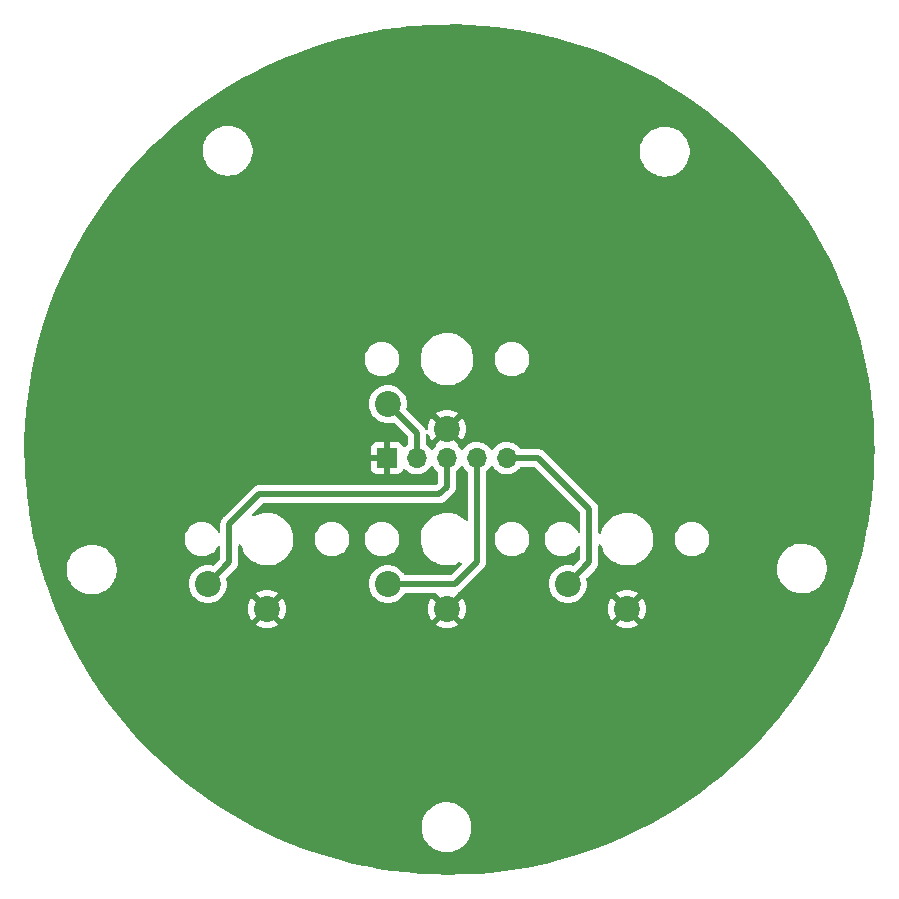
<source format=gbl>
%TF.GenerationSoftware,KiCad,Pcbnew,(6.0.4)*%
%TF.CreationDate,2022-05-01T19:09:37-04:00*%
%TF.ProjectId,odin,6f64696e-2e6b-4696-9361-645f70636258,rev?*%
%TF.SameCoordinates,Original*%
%TF.FileFunction,Copper,L2,Bot*%
%TF.FilePolarity,Positive*%
%FSLAX46Y46*%
G04 Gerber Fmt 4.6, Leading zero omitted, Abs format (unit mm)*
G04 Created by KiCad (PCBNEW (6.0.4)) date 2022-05-01 19:09:37*
%MOMM*%
%LPD*%
G01*
G04 APERTURE LIST*
%TA.AperFunction,ComponentPad*%
%ADD10C,2.200000*%
%TD*%
%TA.AperFunction,ComponentPad*%
%ADD11R,1.700000X1.700000*%
%TD*%
%TA.AperFunction,ComponentPad*%
%ADD12O,1.700000X1.700000*%
%TD*%
%TA.AperFunction,Conductor*%
%ADD13C,0.500000*%
%TD*%
G04 APERTURE END LIST*
D10*
%TO.P,DOWN,1,1*%
%TO.N,GND*%
X152400000Y-112580000D03*
%TO.P,DOWN,2,2*%
%TO.N,DOWN*%
X147400000Y-110480000D03*
%TD*%
%TO.P,RIGHT,1,1*%
%TO.N,GND*%
X167640000Y-112580000D03*
%TO.P,RIGHT,2,2*%
%TO.N,RIGHT*%
X162640000Y-110480000D03*
%TD*%
%TO.P,LEFT,1,1*%
%TO.N,GND*%
X137160000Y-112580000D03*
%TO.P,LEFT,2,2*%
%TO.N,LEFT*%
X132160000Y-110480000D03*
%TD*%
%TO.P,SW2,1,1*%
%TO.N,GND*%
X152400000Y-97340000D03*
%TO.P,SW2,2,2*%
%TO.N,UP*%
X147400000Y-95240000D03*
%TD*%
D11*
%TO.P,J1,1,Pin_1*%
%TO.N,GND*%
X147320000Y-99822000D03*
D12*
%TO.P,J1,2,Pin_2*%
%TO.N,UP*%
X149860000Y-99822000D03*
%TO.P,J1,3,Pin_3*%
%TO.N,LEFT*%
X152400000Y-99822000D03*
%TO.P,J1,4,Pin_4*%
%TO.N,DOWN*%
X154940000Y-99822000D03*
%TO.P,J1,5,Pin_5*%
%TO.N,RIGHT*%
X157480000Y-99822000D03*
%TD*%
D13*
%TO.N,UP*%
X149860000Y-97700000D02*
X149860000Y-99822000D01*
X147400000Y-95240000D02*
X149860000Y-97700000D01*
%TO.N,DOWN*%
X147400000Y-110480000D02*
X153045000Y-110480000D01*
X154940000Y-108585000D02*
X154940000Y-99822000D01*
X153045000Y-110480000D02*
X154940000Y-108585000D01*
%TO.N,LEFT*%
X152400000Y-102235000D02*
X152400000Y-99822000D01*
X132160000Y-110480000D02*
X133985000Y-108655000D01*
X136525000Y-102870000D02*
X151765000Y-102870000D01*
X133985000Y-108655000D02*
X133985000Y-105410000D01*
X133985000Y-105410000D02*
X136525000Y-102870000D01*
X151765000Y-102870000D02*
X152400000Y-102235000D01*
%TO.N,RIGHT*%
X164465000Y-104140000D02*
X160147000Y-99822000D01*
X160147000Y-99822000D02*
X157480000Y-99822000D01*
X162640000Y-110480000D02*
X164465000Y-108655000D01*
X164465000Y-108655000D02*
X164465000Y-104140000D01*
%TD*%
%TA.AperFunction,Conductor*%
%TO.N,GND*%
G36*
X153052082Y-63109060D02*
G01*
X154240915Y-63143306D01*
X154245062Y-63143494D01*
X155432076Y-63217135D01*
X155436241Y-63217463D01*
X156620127Y-63330416D01*
X156624279Y-63330881D01*
X157803811Y-63483029D01*
X157807946Y-63483632D01*
X158981781Y-63674803D01*
X158985893Y-63675543D01*
X159257938Y-63729162D01*
X160152769Y-63905532D01*
X160156793Y-63906395D01*
X160905753Y-64079995D01*
X161315397Y-64174945D01*
X161319451Y-64175956D01*
X161609054Y-64253284D01*
X162468512Y-64482772D01*
X162472488Y-64483905D01*
X162758948Y-64570665D01*
X163610722Y-64828642D01*
X163614700Y-64829919D01*
X164740864Y-65212200D01*
X164744791Y-65213606D01*
X165857706Y-65633032D01*
X165861557Y-65634556D01*
X166959974Y-66090658D01*
X166963753Y-66092302D01*
X168046413Y-66584558D01*
X168050173Y-66586344D01*
X169115933Y-67114234D01*
X169119645Y-67116150D01*
X170167249Y-67679047D01*
X170170896Y-67681085D01*
X171199288Y-68278423D01*
X171202866Y-68280581D01*
X172210909Y-68911700D01*
X172214413Y-68913976D01*
X173200934Y-69578141D01*
X173204355Y-69580527D01*
X174168386Y-70277087D01*
X174171700Y-70279567D01*
X174412855Y-70466289D01*
X175112053Y-71007666D01*
X175115314Y-71010279D01*
X176031030Y-71769173D01*
X176034202Y-71771891D01*
X176924232Y-72560708D01*
X176927306Y-72563524D01*
X177580121Y-73181941D01*
X177790708Y-73381432D01*
X177793693Y-73384355D01*
X178629496Y-74230432D01*
X178632383Y-74233453D01*
X179439692Y-75106796D01*
X179442476Y-75109911D01*
X179923775Y-75666517D01*
X180180948Y-75963929D01*
X180220334Y-76009478D01*
X180223008Y-76012675D01*
X180970686Y-76937629D01*
X180973242Y-76940902D01*
X181689800Y-77890083D01*
X181692262Y-77893458D01*
X182376971Y-78865896D01*
X182379319Y-78869352D01*
X183031387Y-79863920D01*
X183033620Y-79867452D01*
X183652366Y-80883113D01*
X183654480Y-80886716D01*
X184239209Y-81922328D01*
X184241203Y-81926000D01*
X184791290Y-82980461D01*
X184793160Y-82984197D01*
X185307961Y-84056267D01*
X185309707Y-84060063D01*
X185788693Y-85148640D01*
X185790312Y-85152492D01*
X186232930Y-86256323D01*
X186234421Y-86260226D01*
X186640214Y-87378167D01*
X186641574Y-87382117D01*
X187010068Y-88512867D01*
X187011295Y-88516854D01*
X187286072Y-89465730D01*
X187342108Y-89659238D01*
X187343197Y-89663246D01*
X187632924Y-90804053D01*
X187635948Y-90815959D01*
X187636909Y-90820025D01*
X187891275Y-91981781D01*
X187892101Y-91985876D01*
X188107811Y-93155437D01*
X188108501Y-93159558D01*
X188285320Y-94335661D01*
X188285872Y-94339803D01*
X188423595Y-95521070D01*
X188424009Y-95525217D01*
X188519924Y-96679511D01*
X188522493Y-96710432D01*
X188522769Y-96714586D01*
X188541103Y-97082863D01*
X188581901Y-97902408D01*
X188582040Y-97906584D01*
X188593004Y-98567747D01*
X188601541Y-99082514D01*
X188601769Y-99096292D01*
X188601782Y-99099352D01*
X188599999Y-99326345D01*
X188597366Y-99661613D01*
X188597304Y-99664691D01*
X188560970Y-100789604D01*
X188558893Y-100853899D01*
X188558690Y-100858044D01*
X188521733Y-101421908D01*
X188480906Y-102044809D01*
X188480564Y-102048973D01*
X188363476Y-103232490D01*
X188362996Y-103236640D01*
X188236887Y-104188118D01*
X188206731Y-104415639D01*
X188206116Y-104419749D01*
X188010852Y-105592898D01*
X188010101Y-105596992D01*
X187919575Y-106047979D01*
X187776041Y-106763048D01*
X187775151Y-106767130D01*
X187502565Y-107924759D01*
X187501540Y-107928810D01*
X187279380Y-108749326D01*
X187193324Y-109067163D01*
X187190720Y-109076779D01*
X187189563Y-109080786D01*
X186868848Y-110126536D01*
X186840860Y-110217795D01*
X186839576Y-110221747D01*
X186474868Y-111283946D01*
X186453352Y-111346611D01*
X186451934Y-111350528D01*
X186081608Y-112322863D01*
X186028635Y-112461949D01*
X186027090Y-112465813D01*
X185975190Y-112589580D01*
X185567172Y-113562589D01*
X185565493Y-113566414D01*
X185069474Y-114647321D01*
X185067669Y-114651089D01*
X184536069Y-115714988D01*
X184534141Y-115718690D01*
X184085429Y-116546839D01*
X183967582Y-116764338D01*
X183965531Y-116767978D01*
X183364612Y-117794270D01*
X183362442Y-117797840D01*
X182727817Y-118803661D01*
X182725529Y-118807158D01*
X182057892Y-119791403D01*
X182055489Y-119794821D01*
X181355622Y-120756338D01*
X181353108Y-120759675D01*
X180772107Y-121504662D01*
X180621706Y-121697513D01*
X180619095Y-121700747D01*
X180016265Y-122423006D01*
X179857024Y-122613794D01*
X179854294Y-122616957D01*
X179062377Y-123504225D01*
X179059544Y-123507296D01*
X178238618Y-124367848D01*
X178235697Y-124370810D01*
X177386672Y-125203689D01*
X177383687Y-125206522D01*
X176969683Y-125586552D01*
X176507539Y-126010770D01*
X176504415Y-126013544D01*
X175602071Y-126788314D01*
X175598856Y-126790982D01*
X174671376Y-127535363D01*
X174668075Y-127537924D01*
X173716358Y-128251197D01*
X173713019Y-128253613D01*
X172940275Y-128793690D01*
X172738222Y-128934906D01*
X172734759Y-128937243D01*
X171737864Y-129585872D01*
X171734324Y-129588092D01*
X170716509Y-130203289D01*
X170712898Y-130205390D01*
X169675277Y-130786486D01*
X169671598Y-130788467D01*
X168615235Y-131334864D01*
X168611493Y-131336722D01*
X167537621Y-131847783D01*
X167533819Y-131849516D01*
X166443561Y-132324706D01*
X166439704Y-132326311D01*
X165334333Y-132765074D01*
X165330425Y-132766551D01*
X164211094Y-133168432D01*
X164207138Y-133169779D01*
X163075080Y-133534333D01*
X163071083Y-133535547D01*
X161927605Y-133862354D01*
X161923569Y-133863436D01*
X161533876Y-133960959D01*
X160769810Y-134152171D01*
X160765798Y-134153104D01*
X159829986Y-134354579D01*
X159603110Y-134403424D01*
X159599012Y-134404235D01*
X158428709Y-134615861D01*
X158424586Y-134616536D01*
X157247902Y-134789244D01*
X157243758Y-134789782D01*
X156062018Y-134923379D01*
X156057860Y-134923780D01*
X155154243Y-134995690D01*
X154872286Y-135018128D01*
X154868126Y-135018390D01*
X154765102Y-135023158D01*
X153680115Y-135073376D01*
X153675938Y-135073500D01*
X152486767Y-135089067D01*
X152482589Y-135089053D01*
X151359409Y-135066507D01*
X151293521Y-135065184D01*
X151289350Y-135065031D01*
X151144756Y-135057327D01*
X150101724Y-135001751D01*
X150097556Y-135001459D01*
X149640680Y-134961889D01*
X148912704Y-134898839D01*
X148908603Y-134898416D01*
X147727743Y-134756562D01*
X147723647Y-134756001D01*
X147135897Y-134665537D01*
X146548170Y-134575077D01*
X146544052Y-134574373D01*
X146014372Y-134474768D01*
X145375201Y-134354574D01*
X145371161Y-134353744D01*
X144465636Y-134152164D01*
X144210290Y-134095321D01*
X144206228Y-134094346D01*
X143054576Y-133797581D01*
X143050547Y-133796472D01*
X141909288Y-133461663D01*
X141905354Y-133460437D01*
X141062369Y-133182462D01*
X140775868Y-133087988D01*
X140771923Y-133086614D01*
X140214038Y-132881905D01*
X139655415Y-132676925D01*
X139651553Y-132675435D01*
X138549205Y-132228938D01*
X138545388Y-132227317D01*
X137569817Y-131793985D01*
X137458500Y-131744540D01*
X137454710Y-131742781D01*
X136384407Y-131224223D01*
X136380678Y-131222339D01*
X136351253Y-131206858D01*
X150255450Y-131206858D01*
X150292975Y-131491889D01*
X150294108Y-131496029D01*
X150294108Y-131496031D01*
X150315122Y-131572844D01*
X150368836Y-131769191D01*
X150370520Y-131773139D01*
X150402359Y-131847783D01*
X150481630Y-132033631D01*
X150493400Y-132053297D01*
X150598056Y-132228164D01*
X150629268Y-132280316D01*
X150809020Y-132504683D01*
X150826104Y-132520895D01*
X150990533Y-132676932D01*
X151017558Y-132702578D01*
X151251024Y-132870341D01*
X151254819Y-132872350D01*
X151254820Y-132872351D01*
X151276576Y-132883870D01*
X151505099Y-133004867D01*
X151775080Y-133103666D01*
X152055971Y-133164910D01*
X152084548Y-133167159D01*
X152278989Y-133182462D01*
X152278998Y-133182462D01*
X152281446Y-133182655D01*
X152436978Y-133182655D01*
X152439114Y-133182509D01*
X152439125Y-133182509D01*
X152647255Y-133168320D01*
X152647261Y-133168319D01*
X152651532Y-133168028D01*
X152655727Y-133167159D01*
X152655729Y-133167159D01*
X152792290Y-133138879D01*
X152933049Y-133109729D01*
X153204050Y-133013762D01*
X153459519Y-132881905D01*
X153463020Y-132879444D01*
X153463024Y-132879442D01*
X153625753Y-132765074D01*
X153694730Y-132716596D01*
X153905329Y-132520895D01*
X154087420Y-132298423D01*
X154237634Y-132053297D01*
X154353190Y-131790053D01*
X154431951Y-131513561D01*
X154472458Y-131228939D01*
X154472488Y-131223316D01*
X154473942Y-130945738D01*
X154473942Y-130945731D01*
X154473964Y-130941452D01*
X154436439Y-130656421D01*
X154360578Y-130379119D01*
X154247784Y-130114679D01*
X154100146Y-129867994D01*
X153920394Y-129643627D01*
X153719238Y-129452737D01*
X153714965Y-129448682D01*
X153714962Y-129448680D01*
X153711856Y-129445732D01*
X153478390Y-129277969D01*
X153456550Y-129266405D01*
X153433361Y-129254127D01*
X153224315Y-129143443D01*
X152954334Y-129044644D01*
X152673443Y-128983400D01*
X152642392Y-128980956D01*
X152450425Y-128965848D01*
X152450416Y-128965848D01*
X152447968Y-128965655D01*
X152292436Y-128965655D01*
X152290300Y-128965801D01*
X152290289Y-128965801D01*
X152082159Y-128979990D01*
X152082153Y-128979991D01*
X152077882Y-128980282D01*
X152073687Y-128981151D01*
X152073685Y-128981151D01*
X151937123Y-129009432D01*
X151796365Y-129038581D01*
X151525364Y-129134548D01*
X151269895Y-129266405D01*
X151266394Y-129268866D01*
X151266390Y-129268868D01*
X151256301Y-129275959D01*
X151034684Y-129431714D01*
X151019599Y-129445732D01*
X150866402Y-129588092D01*
X150824085Y-129627415D01*
X150641994Y-129849887D01*
X150491780Y-130095013D01*
X150376224Y-130358257D01*
X150297463Y-130634749D01*
X150256956Y-130919371D01*
X150256934Y-130923660D01*
X150256933Y-130923667D01*
X150255472Y-131202572D01*
X150255450Y-131206858D01*
X136351253Y-131206858D01*
X135328191Y-130668599D01*
X135324526Y-130666593D01*
X134290952Y-130078248D01*
X134287355Y-130076121D01*
X133273842Y-129453822D01*
X133270319Y-129451577D01*
X133261472Y-129445732D01*
X132278046Y-128796050D01*
X132274598Y-128793690D01*
X132126081Y-128688339D01*
X131304534Y-128105575D01*
X131301175Y-128103107D01*
X130354520Y-127383253D01*
X130351237Y-127380670D01*
X129428926Y-126629792D01*
X129425730Y-126627100D01*
X128528868Y-125846094D01*
X128525763Y-125843299D01*
X127655244Y-125032946D01*
X127652233Y-125030048D01*
X126809095Y-124191313D01*
X126806182Y-124188318D01*
X126534287Y-123899285D01*
X125991283Y-123322056D01*
X125988485Y-123318981D01*
X125202767Y-122426188D01*
X125200059Y-122423006D01*
X124444379Y-121504662D01*
X124441778Y-121501392D01*
X123716964Y-120558500D01*
X123714473Y-120555146D01*
X123021307Y-119588725D01*
X123018929Y-119585290D01*
X122581489Y-118930615D01*
X122358193Y-118596429D01*
X122355964Y-118592972D01*
X121728346Y-117582696D01*
X121726201Y-117579111D01*
X121132469Y-116548662D01*
X121130443Y-116545007D01*
X120571175Y-115495387D01*
X120569272Y-115491668D01*
X120045135Y-114424131D01*
X120043356Y-114420351D01*
X119940754Y-114192584D01*
X119802373Y-113885390D01*
X136219440Y-113885390D01*
X136225167Y-113893040D01*
X136423506Y-114014583D01*
X136432300Y-114019064D01*
X136656991Y-114112134D01*
X136666376Y-114115183D01*
X136902863Y-114171959D01*
X136912610Y-114173502D01*
X137155070Y-114192584D01*
X137164930Y-114192584D01*
X137407390Y-114173502D01*
X137417137Y-114171959D01*
X137653624Y-114115183D01*
X137663009Y-114112134D01*
X137887700Y-114019064D01*
X137896494Y-114014583D01*
X138091167Y-113895287D01*
X138100120Y-113885390D01*
X151459440Y-113885390D01*
X151465167Y-113893040D01*
X151663506Y-114014583D01*
X151672300Y-114019064D01*
X151896991Y-114112134D01*
X151906376Y-114115183D01*
X152142863Y-114171959D01*
X152152610Y-114173502D01*
X152395070Y-114192584D01*
X152404930Y-114192584D01*
X152647390Y-114173502D01*
X152657137Y-114171959D01*
X152893624Y-114115183D01*
X152903009Y-114112134D01*
X153127700Y-114019064D01*
X153136494Y-114014583D01*
X153331167Y-113895287D01*
X153340120Y-113885390D01*
X166699440Y-113885390D01*
X166705167Y-113893040D01*
X166903506Y-114014583D01*
X166912300Y-114019064D01*
X167136991Y-114112134D01*
X167146376Y-114115183D01*
X167382863Y-114171959D01*
X167392610Y-114173502D01*
X167635070Y-114192584D01*
X167644930Y-114192584D01*
X167887390Y-114173502D01*
X167897137Y-114171959D01*
X168133624Y-114115183D01*
X168143009Y-114112134D01*
X168367700Y-114019064D01*
X168376494Y-114014583D01*
X168571167Y-113895287D01*
X168580627Y-113884830D01*
X168576844Y-113876054D01*
X167652812Y-112952022D01*
X167638868Y-112944408D01*
X167637035Y-112944539D01*
X167630420Y-112948790D01*
X166706200Y-113873010D01*
X166699440Y-113885390D01*
X153340120Y-113885390D01*
X153340627Y-113884830D01*
X153336844Y-113876054D01*
X152412812Y-112952022D01*
X152398868Y-112944408D01*
X152397035Y-112944539D01*
X152390420Y-112948790D01*
X151466200Y-113873010D01*
X151459440Y-113885390D01*
X138100120Y-113885390D01*
X138100627Y-113884830D01*
X138096844Y-113876054D01*
X137172812Y-112952022D01*
X137158868Y-112944408D01*
X137157035Y-112944539D01*
X137150420Y-112948790D01*
X136226200Y-113873010D01*
X136219440Y-113885390D01*
X119802373Y-113885390D01*
X119554879Y-113335973D01*
X119553237Y-113332160D01*
X119543181Y-113307700D01*
X119246015Y-112584930D01*
X135547416Y-112584930D01*
X135566498Y-112827390D01*
X135568041Y-112837137D01*
X135624817Y-113073624D01*
X135627866Y-113083009D01*
X135720936Y-113307700D01*
X135725417Y-113316494D01*
X135844713Y-113511167D01*
X135855170Y-113520627D01*
X135863946Y-113516844D01*
X136787978Y-112592812D01*
X136794356Y-112581132D01*
X137524408Y-112581132D01*
X137524539Y-112582965D01*
X137528790Y-112589580D01*
X138453010Y-113513800D01*
X138465390Y-113520560D01*
X138473040Y-113514833D01*
X138594583Y-113316494D01*
X138599064Y-113307700D01*
X138692134Y-113083009D01*
X138695183Y-113073624D01*
X138751959Y-112837137D01*
X138753502Y-112827390D01*
X138772584Y-112584930D01*
X150787416Y-112584930D01*
X150806498Y-112827390D01*
X150808041Y-112837137D01*
X150864817Y-113073624D01*
X150867866Y-113083009D01*
X150960936Y-113307700D01*
X150965417Y-113316494D01*
X151084713Y-113511167D01*
X151095170Y-113520627D01*
X151103946Y-113516844D01*
X152027978Y-112592812D01*
X152034356Y-112581132D01*
X152764408Y-112581132D01*
X152764539Y-112582965D01*
X152768790Y-112589580D01*
X153693010Y-113513800D01*
X153705390Y-113520560D01*
X153713040Y-113514833D01*
X153834583Y-113316494D01*
X153839064Y-113307700D01*
X153932134Y-113083009D01*
X153935183Y-113073624D01*
X153991959Y-112837137D01*
X153993502Y-112827390D01*
X154012584Y-112584930D01*
X166027416Y-112584930D01*
X166046498Y-112827390D01*
X166048041Y-112837137D01*
X166104817Y-113073624D01*
X166107866Y-113083009D01*
X166200936Y-113307700D01*
X166205417Y-113316494D01*
X166324713Y-113511167D01*
X166335170Y-113520627D01*
X166343946Y-113516844D01*
X167267978Y-112592812D01*
X167274356Y-112581132D01*
X168004408Y-112581132D01*
X168004539Y-112582965D01*
X168008790Y-112589580D01*
X168933010Y-113513800D01*
X168945390Y-113520560D01*
X168953040Y-113514833D01*
X169074583Y-113316494D01*
X169079064Y-113307700D01*
X169172134Y-113083009D01*
X169175183Y-113073624D01*
X169231959Y-112837137D01*
X169233502Y-112827390D01*
X169252584Y-112584930D01*
X169252584Y-112575070D01*
X169233502Y-112332610D01*
X169231959Y-112322863D01*
X169175183Y-112086376D01*
X169172134Y-112076991D01*
X169079064Y-111852300D01*
X169074583Y-111843506D01*
X168955287Y-111648833D01*
X168944830Y-111639373D01*
X168936054Y-111643156D01*
X168012022Y-112567188D01*
X168004408Y-112581132D01*
X167274356Y-112581132D01*
X167275592Y-112578868D01*
X167275461Y-112577035D01*
X167271210Y-112570420D01*
X166346990Y-111646200D01*
X166334610Y-111639440D01*
X166326960Y-111645167D01*
X166205417Y-111843506D01*
X166200936Y-111852300D01*
X166107866Y-112076991D01*
X166104817Y-112086376D01*
X166048041Y-112322863D01*
X166046498Y-112332610D01*
X166027416Y-112575070D01*
X166027416Y-112584930D01*
X154012584Y-112584930D01*
X154012584Y-112575070D01*
X153993502Y-112332610D01*
X153991959Y-112322863D01*
X153935183Y-112086376D01*
X153932134Y-112076991D01*
X153839064Y-111852300D01*
X153834583Y-111843506D01*
X153715287Y-111648833D01*
X153704830Y-111639373D01*
X153696054Y-111643156D01*
X152772022Y-112567188D01*
X152764408Y-112581132D01*
X152034356Y-112581132D01*
X152035592Y-112578868D01*
X152035461Y-112577035D01*
X152031210Y-112570420D01*
X151106990Y-111646200D01*
X151094610Y-111639440D01*
X151086960Y-111645167D01*
X150965417Y-111843506D01*
X150960936Y-111852300D01*
X150867866Y-112076991D01*
X150864817Y-112086376D01*
X150808041Y-112322863D01*
X150806498Y-112332610D01*
X150787416Y-112575070D01*
X150787416Y-112584930D01*
X138772584Y-112584930D01*
X138772584Y-112575070D01*
X138753502Y-112332610D01*
X138751959Y-112322863D01*
X138695183Y-112086376D01*
X138692134Y-112076991D01*
X138599064Y-111852300D01*
X138594583Y-111843506D01*
X138475287Y-111648833D01*
X138464830Y-111639373D01*
X138456054Y-111643156D01*
X137532022Y-112567188D01*
X137524408Y-112581132D01*
X136794356Y-112581132D01*
X136795592Y-112578868D01*
X136795461Y-112577035D01*
X136791210Y-112570420D01*
X135866990Y-111646200D01*
X135854610Y-111639440D01*
X135846960Y-111645167D01*
X135725417Y-111843506D01*
X135720936Y-111852300D01*
X135627866Y-112076991D01*
X135624817Y-112086376D01*
X135568041Y-112322863D01*
X135566498Y-112332610D01*
X135547416Y-112575070D01*
X135547416Y-112584930D01*
X119246015Y-112584930D01*
X119100980Y-112232176D01*
X119099464Y-112228307D01*
X119049042Y-112093086D01*
X118871567Y-111617142D01*
X118683948Y-111113994D01*
X118682553Y-111110056D01*
X118384814Y-110222784D01*
X118304185Y-109982507D01*
X118302929Y-109978545D01*
X118300815Y-109971474D01*
X118127637Y-109392407D01*
X120208868Y-109392407D01*
X120246393Y-109677438D01*
X120322254Y-109954740D01*
X120435048Y-110219180D01*
X120446818Y-110238846D01*
X120538077Y-110391328D01*
X120582686Y-110465865D01*
X120762438Y-110690232D01*
X120970976Y-110888127D01*
X121204442Y-111055890D01*
X121208237Y-111057899D01*
X121208238Y-111057900D01*
X121247859Y-111078878D01*
X121458517Y-111190416D01*
X121494279Y-111203503D01*
X121714100Y-111283946D01*
X121728498Y-111289215D01*
X122009389Y-111350459D01*
X122037966Y-111352708D01*
X122232407Y-111368011D01*
X122232416Y-111368011D01*
X122234864Y-111368204D01*
X122390396Y-111368204D01*
X122392532Y-111368058D01*
X122392543Y-111368058D01*
X122600673Y-111353869D01*
X122600679Y-111353868D01*
X122604950Y-111353577D01*
X122609145Y-111352708D01*
X122609147Y-111352708D01*
X122745709Y-111324427D01*
X122886467Y-111295278D01*
X123157468Y-111199311D01*
X123330397Y-111110056D01*
X123409130Y-111069419D01*
X123409131Y-111069419D01*
X123412937Y-111067454D01*
X123416438Y-111064993D01*
X123416442Y-111064991D01*
X123564777Y-110960739D01*
X123648148Y-110902145D01*
X123766104Y-110792533D01*
X123855604Y-110709365D01*
X123855606Y-110709362D01*
X123858747Y-110706444D01*
X124040838Y-110483972D01*
X124191052Y-110238846D01*
X124306608Y-109975602D01*
X124337817Y-109866044D01*
X124384193Y-109703238D01*
X124385369Y-109699110D01*
X124425876Y-109414488D01*
X124425970Y-109396655D01*
X124427360Y-109131287D01*
X124427360Y-109131280D01*
X124427382Y-109127001D01*
X124422514Y-109090020D01*
X124408856Y-108986284D01*
X124389857Y-108841970D01*
X124313996Y-108564668D01*
X124262510Y-108443961D01*
X124202888Y-108304180D01*
X124202886Y-108304176D01*
X124201202Y-108300228D01*
X124061426Y-108066679D01*
X124055768Y-108057225D01*
X124055765Y-108057221D01*
X124053564Y-108053543D01*
X123873812Y-107829176D01*
X123686744Y-107651655D01*
X123668383Y-107634231D01*
X123668380Y-107634229D01*
X123665274Y-107631281D01*
X123431808Y-107463518D01*
X123409968Y-107451954D01*
X123386779Y-107439676D01*
X123177733Y-107328992D01*
X123030313Y-107275044D01*
X122911783Y-107231668D01*
X122911781Y-107231667D01*
X122907752Y-107230193D01*
X122626861Y-107168949D01*
X122595810Y-107166505D01*
X122403843Y-107151397D01*
X122403834Y-107151397D01*
X122401386Y-107151204D01*
X122245854Y-107151204D01*
X122243718Y-107151350D01*
X122243707Y-107151350D01*
X122035577Y-107165539D01*
X122035571Y-107165540D01*
X122031300Y-107165831D01*
X122027105Y-107166700D01*
X122027103Y-107166700D01*
X122001274Y-107172049D01*
X121749783Y-107224130D01*
X121478782Y-107320097D01*
X121223313Y-107451954D01*
X121219812Y-107454415D01*
X121219808Y-107454417D01*
X121143814Y-107507827D01*
X120988102Y-107617263D01*
X120973017Y-107631281D01*
X120817742Y-107775572D01*
X120777503Y-107812964D01*
X120595412Y-108035436D01*
X120445198Y-108280562D01*
X120329642Y-108543806D01*
X120250881Y-108820298D01*
X120236335Y-108922507D01*
X120211169Y-109099337D01*
X120210374Y-109104920D01*
X120210352Y-109109209D01*
X120210351Y-109109216D01*
X120208890Y-109388121D01*
X120208868Y-109392407D01*
X118127637Y-109392407D01*
X118063481Y-109177883D01*
X117962177Y-108839145D01*
X117961046Y-108835123D01*
X117812477Y-108270819D01*
X117658233Y-107684960D01*
X117657253Y-107680964D01*
X117452208Y-106782089D01*
X130200066Y-106782089D01*
X130236343Y-107019163D01*
X130310854Y-107247129D01*
X130421597Y-107459864D01*
X130424700Y-107463997D01*
X130424702Y-107464000D01*
X130562493Y-107647520D01*
X130565598Y-107651655D01*
X130569336Y-107655227D01*
X130731342Y-107810043D01*
X130738990Y-107817352D01*
X130743262Y-107820266D01*
X130743263Y-107820267D01*
X130766377Y-107836034D01*
X130937117Y-107952505D01*
X131069070Y-108013756D01*
X131147573Y-108050196D01*
X131154656Y-108053484D01*
X131385768Y-108117576D01*
X131489479Y-108128660D01*
X131578222Y-108138144D01*
X131578230Y-108138144D01*
X131581557Y-108138500D01*
X131720803Y-108138500D01*
X131723376Y-108138288D01*
X131723387Y-108138288D01*
X131893876Y-108124271D01*
X131893882Y-108124270D01*
X131899027Y-108123847D01*
X132015331Y-108094634D01*
X132126625Y-108066679D01*
X132126629Y-108066678D01*
X132131636Y-108065420D01*
X132136366Y-108063364D01*
X132136373Y-108063361D01*
X132346841Y-107971847D01*
X132346844Y-107971845D01*
X132351578Y-107969787D01*
X132355912Y-107966983D01*
X132355916Y-107966981D01*
X132548604Y-107842325D01*
X132548607Y-107842323D01*
X132552947Y-107839515D01*
X132564310Y-107829176D01*
X132726513Y-107681582D01*
X132726514Y-107681580D01*
X132730335Y-107678104D01*
X132733534Y-107674053D01*
X132733538Y-107674049D01*
X132867798Y-107504046D01*
X132878979Y-107489888D01*
X132990192Y-107288427D01*
X133040624Y-107238457D01*
X133110067Y-107223685D01*
X133176473Y-107248801D01*
X133218757Y-107305832D01*
X133226500Y-107349321D01*
X133226500Y-108288629D01*
X133206498Y-108356750D01*
X133189595Y-108377724D01*
X132678838Y-108888481D01*
X132616526Y-108922507D01*
X132560331Y-108921905D01*
X132496660Y-108906619D01*
X132417216Y-108887546D01*
X132417210Y-108887545D01*
X132412403Y-108886391D01*
X132160000Y-108866526D01*
X131907597Y-108886391D01*
X131902790Y-108887545D01*
X131902784Y-108887546D01*
X131783328Y-108916225D01*
X131661409Y-108945495D01*
X131656838Y-108947388D01*
X131656836Y-108947389D01*
X131432072Y-109040489D01*
X131432068Y-109040491D01*
X131427498Y-109042384D01*
X131211624Y-109174672D01*
X131019102Y-109339102D01*
X130854672Y-109531624D01*
X130722384Y-109747498D01*
X130720491Y-109752068D01*
X130720489Y-109752072D01*
X130629610Y-109971474D01*
X130625495Y-109981409D01*
X130624340Y-109986221D01*
X130568412Y-110219180D01*
X130566391Y-110227597D01*
X130546526Y-110480000D01*
X130566391Y-110732403D01*
X130567545Y-110737210D01*
X130567546Y-110737216D01*
X130603068Y-110885177D01*
X130625495Y-110978591D01*
X130627388Y-110983162D01*
X130627389Y-110983164D01*
X130718297Y-111202634D01*
X130722384Y-111212502D01*
X130854672Y-111428376D01*
X131019102Y-111620898D01*
X131211624Y-111785328D01*
X131427498Y-111917616D01*
X131432068Y-111919509D01*
X131432072Y-111919511D01*
X131656836Y-112012611D01*
X131661409Y-112014505D01*
X131746032Y-112034821D01*
X131902784Y-112072454D01*
X131902790Y-112072455D01*
X131907597Y-112073609D01*
X132160000Y-112093474D01*
X132412403Y-112073609D01*
X132417210Y-112072455D01*
X132417216Y-112072454D01*
X132573968Y-112034821D01*
X132658591Y-112014505D01*
X132663164Y-112012611D01*
X132887928Y-111919511D01*
X132887932Y-111919509D01*
X132892502Y-111917616D01*
X133108376Y-111785328D01*
X133300898Y-111620898D01*
X133465328Y-111428376D01*
X133559213Y-111275170D01*
X136219373Y-111275170D01*
X136223156Y-111283946D01*
X137147188Y-112207978D01*
X137161132Y-112215592D01*
X137162965Y-112215461D01*
X137169580Y-112211210D01*
X138093800Y-111286990D01*
X138100560Y-111274610D01*
X138094833Y-111266960D01*
X137896494Y-111145417D01*
X137887700Y-111140936D01*
X137663009Y-111047866D01*
X137653624Y-111044817D01*
X137417137Y-110988041D01*
X137407390Y-110986498D01*
X137164930Y-110967416D01*
X137155070Y-110967416D01*
X136912610Y-110986498D01*
X136902863Y-110988041D01*
X136666376Y-111044817D01*
X136656991Y-111047866D01*
X136432300Y-111140936D01*
X136423506Y-111145417D01*
X136228833Y-111264713D01*
X136219373Y-111275170D01*
X133559213Y-111275170D01*
X133597616Y-111212502D01*
X133601704Y-111202634D01*
X133692611Y-110983164D01*
X133692612Y-110983162D01*
X133694505Y-110978591D01*
X133716932Y-110885177D01*
X133752454Y-110737216D01*
X133752455Y-110737210D01*
X133753609Y-110732403D01*
X133773474Y-110480000D01*
X133753609Y-110227597D01*
X133751589Y-110219180D01*
X133730232Y-110130223D01*
X133718095Y-110079670D01*
X133721642Y-110008763D01*
X133751519Y-109961162D01*
X134473911Y-109238770D01*
X134488323Y-109226384D01*
X134499918Y-109217851D01*
X134499923Y-109217846D01*
X134505818Y-109213508D01*
X134510557Y-109207930D01*
X134510560Y-109207927D01*
X134540035Y-109173232D01*
X134546965Y-109165716D01*
X134552661Y-109160020D01*
X134554924Y-109157159D01*
X134554929Y-109157154D01*
X134570293Y-109137734D01*
X134573082Y-109134333D01*
X134599504Y-109103232D01*
X134620333Y-109078715D01*
X134623659Y-109072202D01*
X134627020Y-109067163D01*
X134630196Y-109062021D01*
X134634734Y-109056284D01*
X134665655Y-108990125D01*
X134667561Y-108986225D01*
X134670914Y-108979659D01*
X134700769Y-108921192D01*
X134702508Y-108914083D01*
X134704604Y-108908449D01*
X134706523Y-108902679D01*
X134709622Y-108896050D01*
X134711197Y-108888481D01*
X134724490Y-108824571D01*
X134725461Y-108820282D01*
X134732112Y-108793102D01*
X134742808Y-108749390D01*
X134743500Y-108738236D01*
X134743535Y-108738238D01*
X134743775Y-108734266D01*
X134744152Y-108730045D01*
X134745641Y-108722885D01*
X134743546Y-108645458D01*
X134743500Y-108642050D01*
X134743500Y-107249531D01*
X134763502Y-107181410D01*
X134817158Y-107134917D01*
X134887432Y-107124813D01*
X134952012Y-107154307D01*
X134990396Y-107214033D01*
X134992458Y-107222014D01*
X135012577Y-107312021D01*
X135014019Y-107315941D01*
X135014021Y-107315947D01*
X135097040Y-107541587D01*
X135115029Y-107590480D01*
X135116980Y-107594180D01*
X135116982Y-107594185D01*
X135244495Y-107836034D01*
X135253410Y-107852942D01*
X135425288Y-108094797D01*
X135627642Y-108311796D01*
X135856918Y-108500125D01*
X136109088Y-108656477D01*
X136379722Y-108778105D01*
X136521202Y-108820282D01*
X136660065Y-108861679D01*
X136660067Y-108861679D01*
X136664064Y-108862871D01*
X136668184Y-108863524D01*
X136668186Y-108863524D01*
X136787106Y-108882359D01*
X136957119Y-108909286D01*
X137002146Y-108911331D01*
X137048497Y-108913436D01*
X137048516Y-108913436D01*
X137049916Y-108913500D01*
X137235264Y-108913500D01*
X137456056Y-108898835D01*
X137746910Y-108840188D01*
X138008018Y-108750282D01*
X138023489Y-108744955D01*
X138023490Y-108744954D01*
X138027453Y-108743590D01*
X138031196Y-108741716D01*
X138031200Y-108741714D01*
X138289012Y-108612611D01*
X138289014Y-108612610D01*
X138292756Y-108610736D01*
X138538158Y-108443961D01*
X138759346Y-108246196D01*
X138792441Y-108207584D01*
X138914290Y-108065420D01*
X138952436Y-108020914D01*
X138954711Y-108017411D01*
X139111763Y-107775572D01*
X139111765Y-107775569D01*
X139114035Y-107772073D01*
X139129325Y-107739874D01*
X139188714Y-107614800D01*
X139241304Y-107504046D01*
X139253511Y-107466025D01*
X139330726Y-107225530D01*
X139330727Y-107225524D01*
X139332006Y-107221542D01*
X139358138Y-107076305D01*
X139383809Y-106933632D01*
X139383810Y-106933627D01*
X139384548Y-106929523D01*
X139389860Y-106812563D01*
X139391244Y-106782089D01*
X141200066Y-106782089D01*
X141236343Y-107019163D01*
X141310854Y-107247129D01*
X141421597Y-107459864D01*
X141424700Y-107463997D01*
X141424702Y-107464000D01*
X141562493Y-107647520D01*
X141565598Y-107651655D01*
X141569336Y-107655227D01*
X141731342Y-107810043D01*
X141738990Y-107817352D01*
X141743262Y-107820266D01*
X141743263Y-107820267D01*
X141766377Y-107836034D01*
X141937117Y-107952505D01*
X142069070Y-108013756D01*
X142147573Y-108050196D01*
X142154656Y-108053484D01*
X142385768Y-108117576D01*
X142489479Y-108128660D01*
X142578222Y-108138144D01*
X142578230Y-108138144D01*
X142581557Y-108138500D01*
X142720803Y-108138500D01*
X142723376Y-108138288D01*
X142723387Y-108138288D01*
X142893876Y-108124271D01*
X142893882Y-108124270D01*
X142899027Y-108123847D01*
X143015331Y-108094634D01*
X143126625Y-108066679D01*
X143126629Y-108066678D01*
X143131636Y-108065420D01*
X143136366Y-108063364D01*
X143136373Y-108063361D01*
X143346841Y-107971847D01*
X143346844Y-107971845D01*
X143351578Y-107969787D01*
X143355912Y-107966983D01*
X143355916Y-107966981D01*
X143548604Y-107842325D01*
X143548607Y-107842323D01*
X143552947Y-107839515D01*
X143564310Y-107829176D01*
X143726513Y-107681582D01*
X143726514Y-107681580D01*
X143730335Y-107678104D01*
X143733534Y-107674053D01*
X143733538Y-107674049D01*
X143867798Y-107504046D01*
X143878979Y-107489888D01*
X143994887Y-107279922D01*
X144066992Y-107076305D01*
X144073219Y-107058720D01*
X144073220Y-107058716D01*
X144074945Y-107053845D01*
X144075853Y-107048749D01*
X144116098Y-106822816D01*
X144116099Y-106822810D01*
X144117004Y-106817727D01*
X144117440Y-106782089D01*
X145440066Y-106782089D01*
X145476343Y-107019163D01*
X145550854Y-107247129D01*
X145661597Y-107459864D01*
X145664700Y-107463997D01*
X145664702Y-107464000D01*
X145802493Y-107647520D01*
X145805598Y-107651655D01*
X145809336Y-107655227D01*
X145971342Y-107810043D01*
X145978990Y-107817352D01*
X145983262Y-107820266D01*
X145983263Y-107820267D01*
X146006377Y-107836034D01*
X146177117Y-107952505D01*
X146309070Y-108013756D01*
X146387573Y-108050196D01*
X146394656Y-108053484D01*
X146625768Y-108117576D01*
X146729479Y-108128660D01*
X146818222Y-108138144D01*
X146818230Y-108138144D01*
X146821557Y-108138500D01*
X146960803Y-108138500D01*
X146963376Y-108138288D01*
X146963387Y-108138288D01*
X147133876Y-108124271D01*
X147133882Y-108124270D01*
X147139027Y-108123847D01*
X147255331Y-108094634D01*
X147366625Y-108066679D01*
X147366629Y-108066678D01*
X147371636Y-108065420D01*
X147376366Y-108063364D01*
X147376373Y-108063361D01*
X147586841Y-107971847D01*
X147586844Y-107971845D01*
X147591578Y-107969787D01*
X147595912Y-107966983D01*
X147595916Y-107966981D01*
X147788604Y-107842325D01*
X147788607Y-107842323D01*
X147792947Y-107839515D01*
X147804310Y-107829176D01*
X147966513Y-107681582D01*
X147966514Y-107681580D01*
X147970335Y-107678104D01*
X147973534Y-107674053D01*
X147973538Y-107674049D01*
X148107798Y-107504046D01*
X148118979Y-107489888D01*
X148234887Y-107279922D01*
X148306992Y-107076305D01*
X148313219Y-107058720D01*
X148313220Y-107058716D01*
X148314945Y-107053845D01*
X148315853Y-107048749D01*
X148356098Y-106822816D01*
X148356099Y-106822810D01*
X148357004Y-106817727D01*
X148359209Y-106637290D01*
X148359871Y-106583081D01*
X148359871Y-106583079D01*
X148359934Y-106577911D01*
X148323657Y-106340837D01*
X148249146Y-106112871D01*
X148138403Y-105900136D01*
X148115861Y-105870112D01*
X147997507Y-105712480D01*
X147997505Y-105712477D01*
X147994402Y-105708345D01*
X147907935Y-105625715D01*
X147824747Y-105546219D01*
X147824746Y-105546218D01*
X147821010Y-105542648D01*
X147690490Y-105453613D01*
X147627162Y-105410414D01*
X147627163Y-105410414D01*
X147622883Y-105407495D01*
X147437010Y-105321215D01*
X147410030Y-105308691D01*
X147410028Y-105308690D01*
X147405344Y-105306516D01*
X147174232Y-105242424D01*
X147070521Y-105231340D01*
X146981778Y-105221856D01*
X146981770Y-105221856D01*
X146978443Y-105221500D01*
X146839197Y-105221500D01*
X146836624Y-105221712D01*
X146836613Y-105221712D01*
X146666124Y-105235729D01*
X146666118Y-105235730D01*
X146660973Y-105236153D01*
X146557486Y-105262147D01*
X146433375Y-105293321D01*
X146433371Y-105293322D01*
X146428364Y-105294580D01*
X146423634Y-105296636D01*
X146423627Y-105296639D01*
X146213159Y-105388153D01*
X146213156Y-105388155D01*
X146208422Y-105390213D01*
X146204088Y-105393017D01*
X146204084Y-105393019D01*
X146011396Y-105517675D01*
X146011393Y-105517677D01*
X146007053Y-105520485D01*
X146003230Y-105523964D01*
X146003227Y-105523966D01*
X145932935Y-105587927D01*
X145829665Y-105681896D01*
X145826466Y-105685947D01*
X145826462Y-105685951D01*
X145805511Y-105712480D01*
X145681021Y-105870112D01*
X145565113Y-106080078D01*
X145485055Y-106306155D01*
X145484148Y-106311248D01*
X145484147Y-106311251D01*
X145446703Y-106521464D01*
X145442996Y-106542273D01*
X145442933Y-106547437D01*
X145440274Y-106765097D01*
X145440066Y-106782089D01*
X144117440Y-106782089D01*
X144119209Y-106637290D01*
X144119871Y-106583081D01*
X144119871Y-106583079D01*
X144119934Y-106577911D01*
X144083657Y-106340837D01*
X144009146Y-106112871D01*
X143898403Y-105900136D01*
X143875861Y-105870112D01*
X143757507Y-105712480D01*
X143757505Y-105712477D01*
X143754402Y-105708345D01*
X143667935Y-105625715D01*
X143584747Y-105546219D01*
X143584746Y-105546218D01*
X143581010Y-105542648D01*
X143450490Y-105453613D01*
X143387162Y-105410414D01*
X143387163Y-105410414D01*
X143382883Y-105407495D01*
X143197010Y-105321215D01*
X143170030Y-105308691D01*
X143170028Y-105308690D01*
X143165344Y-105306516D01*
X142934232Y-105242424D01*
X142830521Y-105231340D01*
X142741778Y-105221856D01*
X142741770Y-105221856D01*
X142738443Y-105221500D01*
X142599197Y-105221500D01*
X142596624Y-105221712D01*
X142596613Y-105221712D01*
X142426124Y-105235729D01*
X142426118Y-105235730D01*
X142420973Y-105236153D01*
X142317486Y-105262147D01*
X142193375Y-105293321D01*
X142193371Y-105293322D01*
X142188364Y-105294580D01*
X142183634Y-105296636D01*
X142183627Y-105296639D01*
X141973159Y-105388153D01*
X141973156Y-105388155D01*
X141968422Y-105390213D01*
X141964088Y-105393017D01*
X141964084Y-105393019D01*
X141771396Y-105517675D01*
X141771393Y-105517677D01*
X141767053Y-105520485D01*
X141763230Y-105523964D01*
X141763227Y-105523966D01*
X141692935Y-105587927D01*
X141589665Y-105681896D01*
X141586466Y-105685947D01*
X141586462Y-105685951D01*
X141565511Y-105712480D01*
X141441021Y-105870112D01*
X141325113Y-106080078D01*
X141245055Y-106306155D01*
X141244148Y-106311248D01*
X141244147Y-106311251D01*
X141206703Y-106521464D01*
X141202996Y-106542273D01*
X141202933Y-106547437D01*
X141200274Y-106765097D01*
X141200066Y-106782089D01*
X139391244Y-106782089D01*
X139397819Y-106637290D01*
X139397819Y-106637285D01*
X139398008Y-106633120D01*
X139393178Y-106577911D01*
X139372513Y-106341707D01*
X139372512Y-106341699D01*
X139372148Y-106337541D01*
X139325779Y-106130100D01*
X139308336Y-106052063D01*
X139308336Y-106052061D01*
X139307423Y-106047979D01*
X139302076Y-106033444D01*
X139206418Y-105773452D01*
X139206416Y-105773448D01*
X139204971Y-105769520D01*
X139181067Y-105724181D01*
X139068543Y-105510762D01*
X139068542Y-105510761D01*
X139066590Y-105507058D01*
X138894712Y-105265203D01*
X138692358Y-105048204D01*
X138463082Y-104859875D01*
X138210912Y-104703523D01*
X137940278Y-104581895D01*
X137767610Y-104530420D01*
X137659935Y-104498321D01*
X137659933Y-104498321D01*
X137655936Y-104497129D01*
X137651816Y-104496476D01*
X137651814Y-104496476D01*
X137532894Y-104477641D01*
X137362881Y-104450714D01*
X137317854Y-104448669D01*
X137271503Y-104446564D01*
X137271484Y-104446564D01*
X137270084Y-104446500D01*
X137084736Y-104446500D01*
X136863944Y-104461165D01*
X136573090Y-104519812D01*
X136292547Y-104616410D01*
X136288804Y-104618284D01*
X136288800Y-104618286D01*
X136104250Y-104710702D01*
X136034383Y-104723319D01*
X135968786Y-104696160D01*
X135928286Y-104637849D01*
X135925741Y-104566898D01*
X135958737Y-104508944D01*
X136802276Y-103665405D01*
X136864588Y-103631379D01*
X136891371Y-103628500D01*
X151697930Y-103628500D01*
X151716880Y-103629933D01*
X151731115Y-103632099D01*
X151731119Y-103632099D01*
X151738349Y-103633199D01*
X151745641Y-103632606D01*
X151745644Y-103632606D01*
X151791018Y-103628915D01*
X151801233Y-103628500D01*
X151809293Y-103628500D01*
X151822583Y-103626951D01*
X151837507Y-103625211D01*
X151841882Y-103624778D01*
X151907339Y-103619454D01*
X151907342Y-103619453D01*
X151914637Y-103618860D01*
X151921601Y-103616604D01*
X151927560Y-103615413D01*
X151933415Y-103614029D01*
X151940681Y-103613182D01*
X152009327Y-103588265D01*
X152013455Y-103586848D01*
X152075936Y-103566607D01*
X152075938Y-103566606D01*
X152082899Y-103564351D01*
X152089154Y-103560555D01*
X152094628Y-103558049D01*
X152100058Y-103555330D01*
X152106937Y-103552833D01*
X152167976Y-103512814D01*
X152171680Y-103510477D01*
X152234107Y-103472595D01*
X152242484Y-103465197D01*
X152242508Y-103465224D01*
X152245500Y-103462571D01*
X152248733Y-103459868D01*
X152254852Y-103455856D01*
X152308128Y-103399617D01*
X152310506Y-103397175D01*
X152888911Y-102818770D01*
X152903323Y-102806384D01*
X152914918Y-102797851D01*
X152914923Y-102797846D01*
X152920818Y-102793508D01*
X152925557Y-102787930D01*
X152925560Y-102787927D01*
X152955035Y-102753232D01*
X152961965Y-102745716D01*
X152967661Y-102740020D01*
X152969924Y-102737159D01*
X152969929Y-102737154D01*
X152985285Y-102717744D01*
X152988074Y-102714342D01*
X153030596Y-102664291D01*
X153030597Y-102664290D01*
X153035333Y-102658715D01*
X153038661Y-102652198D01*
X153042027Y-102647150D01*
X153045190Y-102642028D01*
X153049735Y-102636284D01*
X153080664Y-102570105D01*
X153082563Y-102566221D01*
X153115769Y-102501192D01*
X153117510Y-102494077D01*
X153119613Y-102488422D01*
X153121522Y-102482683D01*
X153124622Y-102476050D01*
X153139491Y-102404565D01*
X153140461Y-102400282D01*
X153157808Y-102329390D01*
X153158500Y-102318236D01*
X153158535Y-102318238D01*
X153158775Y-102314266D01*
X153159152Y-102310045D01*
X153160641Y-102302885D01*
X153158546Y-102225458D01*
X153158500Y-102222050D01*
X153158500Y-101014632D01*
X153178502Y-100946511D01*
X153211331Y-100912054D01*
X153279860Y-100863173D01*
X153289167Y-100853899D01*
X153380701Y-100762684D01*
X153438096Y-100705489D01*
X153501391Y-100617405D01*
X153568453Y-100524077D01*
X153569776Y-100525028D01*
X153616645Y-100481857D01*
X153686580Y-100469625D01*
X153752026Y-100497144D01*
X153779875Y-100528994D01*
X153839987Y-100627088D01*
X153986250Y-100795938D01*
X154135985Y-100920250D01*
X154175620Y-100979152D01*
X154181500Y-101017194D01*
X154181500Y-104995506D01*
X154161498Y-105063627D01*
X154107842Y-105110120D01*
X154037568Y-105120224D01*
X153972988Y-105090730D01*
X153963349Y-105081437D01*
X153935212Y-105051263D01*
X153935200Y-105051252D01*
X153932358Y-105048204D01*
X153703082Y-104859875D01*
X153450912Y-104703523D01*
X153180278Y-104581895D01*
X153007610Y-104530420D01*
X152899935Y-104498321D01*
X152899933Y-104498321D01*
X152895936Y-104497129D01*
X152891816Y-104496476D01*
X152891814Y-104496476D01*
X152772894Y-104477641D01*
X152602881Y-104450714D01*
X152557854Y-104448669D01*
X152511503Y-104446564D01*
X152511484Y-104446564D01*
X152510084Y-104446500D01*
X152324736Y-104446500D01*
X152103944Y-104461165D01*
X151813090Y-104519812D01*
X151532547Y-104616410D01*
X151528804Y-104618284D01*
X151528800Y-104618286D01*
X151354179Y-104705730D01*
X151267244Y-104749264D01*
X151263779Y-104751619D01*
X151033876Y-104907861D01*
X151021842Y-104916039D01*
X150800654Y-105113804D01*
X150797937Y-105116974D01*
X150797936Y-105116975D01*
X150763784Y-105156821D01*
X150607564Y-105339086D01*
X150605290Y-105342588D01*
X150605289Y-105342589D01*
X150462361Y-105562680D01*
X150445965Y-105587927D01*
X150444177Y-105591693D01*
X150444174Y-105591698D01*
X150442621Y-105594969D01*
X150318696Y-105855954D01*
X150317417Y-105859937D01*
X150317416Y-105859940D01*
X150241835Y-106095349D01*
X150227994Y-106138458D01*
X150227253Y-106142577D01*
X150191581Y-106340837D01*
X150175452Y-106430477D01*
X150175263Y-106434644D01*
X150175262Y-106434651D01*
X150166060Y-106637290D01*
X150161992Y-106726880D01*
X150162355Y-106731028D01*
X150162355Y-106731032D01*
X150187487Y-107018293D01*
X150187488Y-107018301D01*
X150187852Y-107022459D01*
X150188766Y-107026548D01*
X150251194Y-107305832D01*
X150252577Y-107312021D01*
X150254019Y-107315941D01*
X150254021Y-107315947D01*
X150337040Y-107541587D01*
X150355029Y-107590480D01*
X150356980Y-107594180D01*
X150356982Y-107594185D01*
X150484495Y-107836034D01*
X150493410Y-107852942D01*
X150665288Y-108094797D01*
X150867642Y-108311796D01*
X151096918Y-108500125D01*
X151349088Y-108656477D01*
X151619722Y-108778105D01*
X151761202Y-108820282D01*
X151900065Y-108861679D01*
X151900067Y-108861679D01*
X151904064Y-108862871D01*
X151908184Y-108863524D01*
X151908186Y-108863524D01*
X152027106Y-108882359D01*
X152197119Y-108909286D01*
X152242146Y-108911331D01*
X152288497Y-108913436D01*
X152288516Y-108913436D01*
X152289916Y-108913500D01*
X152475264Y-108913500D01*
X152696056Y-108898835D01*
X152986910Y-108840188D01*
X153248018Y-108750282D01*
X153263489Y-108744955D01*
X153263490Y-108744954D01*
X153267453Y-108743590D01*
X153271196Y-108741716D01*
X153271200Y-108741714D01*
X153455750Y-108649298D01*
X153525617Y-108636681D01*
X153591214Y-108663840D01*
X153631714Y-108722151D01*
X153634259Y-108793102D01*
X153601263Y-108851056D01*
X152767724Y-109684595D01*
X152705412Y-109718621D01*
X152678629Y-109721500D01*
X148892248Y-109721500D01*
X148824127Y-109701498D01*
X148784815Y-109661335D01*
X148740449Y-109588936D01*
X148705328Y-109531624D01*
X148540898Y-109339102D01*
X148348376Y-109174672D01*
X148132502Y-109042384D01*
X148127932Y-109040491D01*
X148127928Y-109040489D01*
X147903164Y-108947389D01*
X147903162Y-108947388D01*
X147898591Y-108945495D01*
X147776672Y-108916225D01*
X147657216Y-108887546D01*
X147657210Y-108887545D01*
X147652403Y-108886391D01*
X147400000Y-108866526D01*
X147147597Y-108886391D01*
X147142790Y-108887545D01*
X147142784Y-108887546D01*
X147023328Y-108916225D01*
X146901409Y-108945495D01*
X146896838Y-108947388D01*
X146896836Y-108947389D01*
X146672072Y-109040489D01*
X146672068Y-109040491D01*
X146667498Y-109042384D01*
X146451624Y-109174672D01*
X146259102Y-109339102D01*
X146094672Y-109531624D01*
X145962384Y-109747498D01*
X145960491Y-109752068D01*
X145960489Y-109752072D01*
X145869610Y-109971474D01*
X145865495Y-109981409D01*
X145864340Y-109986221D01*
X145808412Y-110219180D01*
X145806391Y-110227597D01*
X145786526Y-110480000D01*
X145806391Y-110732403D01*
X145807545Y-110737210D01*
X145807546Y-110737216D01*
X145843068Y-110885177D01*
X145865495Y-110978591D01*
X145867388Y-110983162D01*
X145867389Y-110983164D01*
X145958297Y-111202634D01*
X145962384Y-111212502D01*
X146094672Y-111428376D01*
X146259102Y-111620898D01*
X146451624Y-111785328D01*
X146667498Y-111917616D01*
X146672068Y-111919509D01*
X146672072Y-111919511D01*
X146896836Y-112012611D01*
X146901409Y-112014505D01*
X146986032Y-112034821D01*
X147142784Y-112072454D01*
X147142790Y-112072455D01*
X147147597Y-112073609D01*
X147400000Y-112093474D01*
X147652403Y-112073609D01*
X147657210Y-112072455D01*
X147657216Y-112072454D01*
X147813968Y-112034821D01*
X147898591Y-112014505D01*
X147903164Y-112012611D01*
X148127928Y-111919511D01*
X148127932Y-111919509D01*
X148132502Y-111917616D01*
X148348376Y-111785328D01*
X148540898Y-111620898D01*
X148705328Y-111428376D01*
X148784815Y-111298665D01*
X148837463Y-111251034D01*
X148892248Y-111238500D01*
X151365520Y-111238500D01*
X151433641Y-111258502D01*
X151454615Y-111275405D01*
X152387188Y-112207978D01*
X152401132Y-112215592D01*
X152402965Y-112215461D01*
X152409580Y-112211210D01*
X153333800Y-111286990D01*
X153341414Y-111273046D01*
X153341202Y-111270075D01*
X153356293Y-111200701D01*
X153397795Y-111155714D01*
X153447991Y-111122804D01*
X153451680Y-111120477D01*
X153514107Y-111082595D01*
X153522484Y-111075197D01*
X153522508Y-111075224D01*
X153525500Y-111072571D01*
X153528733Y-111069868D01*
X153534852Y-111065856D01*
X153588128Y-111009617D01*
X153590506Y-111007175D01*
X155428911Y-109168770D01*
X155443323Y-109156384D01*
X155454918Y-109147851D01*
X155454923Y-109147846D01*
X155460818Y-109143508D01*
X155465557Y-109137930D01*
X155465560Y-109137927D01*
X155495035Y-109103232D01*
X155501965Y-109095716D01*
X155507661Y-109090020D01*
X155509924Y-109087159D01*
X155509929Y-109087154D01*
X155525293Y-109067734D01*
X155528082Y-109064333D01*
X155557157Y-109030109D01*
X155575333Y-109008715D01*
X155578659Y-109002202D01*
X155582020Y-108997163D01*
X155585196Y-108992021D01*
X155589734Y-108986284D01*
X155620655Y-108920125D01*
X155622561Y-108916225D01*
X155655769Y-108851192D01*
X155657508Y-108844083D01*
X155659604Y-108838449D01*
X155661523Y-108832679D01*
X155664622Y-108826050D01*
X155666678Y-108816170D01*
X155679490Y-108754571D01*
X155680461Y-108750282D01*
X155697808Y-108679390D01*
X155698500Y-108668236D01*
X155698535Y-108668238D01*
X155698775Y-108664266D01*
X155699152Y-108660045D01*
X155700641Y-108652885D01*
X155698546Y-108575458D01*
X155698500Y-108572050D01*
X155698500Y-106782089D01*
X156440066Y-106782089D01*
X156476343Y-107019163D01*
X156550854Y-107247129D01*
X156661597Y-107459864D01*
X156664700Y-107463997D01*
X156664702Y-107464000D01*
X156802493Y-107647520D01*
X156805598Y-107651655D01*
X156809336Y-107655227D01*
X156971342Y-107810043D01*
X156978990Y-107817352D01*
X156983262Y-107820266D01*
X156983263Y-107820267D01*
X157006377Y-107836034D01*
X157177117Y-107952505D01*
X157309070Y-108013756D01*
X157387573Y-108050196D01*
X157394656Y-108053484D01*
X157625768Y-108117576D01*
X157729479Y-108128660D01*
X157818222Y-108138144D01*
X157818230Y-108138144D01*
X157821557Y-108138500D01*
X157960803Y-108138500D01*
X157963376Y-108138288D01*
X157963387Y-108138288D01*
X158133876Y-108124271D01*
X158133882Y-108124270D01*
X158139027Y-108123847D01*
X158255331Y-108094634D01*
X158366625Y-108066679D01*
X158366629Y-108066678D01*
X158371636Y-108065420D01*
X158376366Y-108063364D01*
X158376373Y-108063361D01*
X158586841Y-107971847D01*
X158586844Y-107971845D01*
X158591578Y-107969787D01*
X158595912Y-107966983D01*
X158595916Y-107966981D01*
X158788604Y-107842325D01*
X158788607Y-107842323D01*
X158792947Y-107839515D01*
X158804310Y-107829176D01*
X158966513Y-107681582D01*
X158966514Y-107681580D01*
X158970335Y-107678104D01*
X158973534Y-107674053D01*
X158973538Y-107674049D01*
X159107798Y-107504046D01*
X159118979Y-107489888D01*
X159234887Y-107279922D01*
X159306992Y-107076305D01*
X159313219Y-107058720D01*
X159313220Y-107058716D01*
X159314945Y-107053845D01*
X159315853Y-107048749D01*
X159356098Y-106822816D01*
X159356099Y-106822810D01*
X159357004Y-106817727D01*
X159359209Y-106637290D01*
X159359871Y-106583081D01*
X159359871Y-106583079D01*
X159359934Y-106577911D01*
X159323657Y-106340837D01*
X159249146Y-106112871D01*
X159138403Y-105900136D01*
X159115861Y-105870112D01*
X158997507Y-105712480D01*
X158997505Y-105712477D01*
X158994402Y-105708345D01*
X158907935Y-105625715D01*
X158824747Y-105546219D01*
X158824746Y-105546218D01*
X158821010Y-105542648D01*
X158690490Y-105453613D01*
X158627162Y-105410414D01*
X158627163Y-105410414D01*
X158622883Y-105407495D01*
X158437010Y-105321215D01*
X158410030Y-105308691D01*
X158410028Y-105308690D01*
X158405344Y-105306516D01*
X158174232Y-105242424D01*
X158070521Y-105231340D01*
X157981778Y-105221856D01*
X157981770Y-105221856D01*
X157978443Y-105221500D01*
X157839197Y-105221500D01*
X157836624Y-105221712D01*
X157836613Y-105221712D01*
X157666124Y-105235729D01*
X157666118Y-105235730D01*
X157660973Y-105236153D01*
X157557486Y-105262147D01*
X157433375Y-105293321D01*
X157433371Y-105293322D01*
X157428364Y-105294580D01*
X157423634Y-105296636D01*
X157423627Y-105296639D01*
X157213159Y-105388153D01*
X157213156Y-105388155D01*
X157208422Y-105390213D01*
X157204088Y-105393017D01*
X157204084Y-105393019D01*
X157011396Y-105517675D01*
X157011393Y-105517677D01*
X157007053Y-105520485D01*
X157003230Y-105523964D01*
X157003227Y-105523966D01*
X156932935Y-105587927D01*
X156829665Y-105681896D01*
X156826466Y-105685947D01*
X156826462Y-105685951D01*
X156805511Y-105712480D01*
X156681021Y-105870112D01*
X156565113Y-106080078D01*
X156485055Y-106306155D01*
X156484148Y-106311248D01*
X156484147Y-106311251D01*
X156446703Y-106521464D01*
X156442996Y-106542273D01*
X156442933Y-106547437D01*
X156440274Y-106765097D01*
X156440066Y-106782089D01*
X155698500Y-106782089D01*
X155698500Y-101014632D01*
X155718502Y-100946511D01*
X155751331Y-100912054D01*
X155819860Y-100863173D01*
X155829167Y-100853899D01*
X155920701Y-100762684D01*
X155978096Y-100705489D01*
X156041391Y-100617405D01*
X156108453Y-100524077D01*
X156109776Y-100525028D01*
X156156645Y-100481857D01*
X156226580Y-100469625D01*
X156292026Y-100497144D01*
X156319875Y-100528994D01*
X156379987Y-100627088D01*
X156526250Y-100795938D01*
X156698126Y-100938632D01*
X156891000Y-101051338D01*
X157099692Y-101131030D01*
X157104760Y-101132061D01*
X157104763Y-101132062D01*
X157212017Y-101153883D01*
X157318597Y-101175567D01*
X157323772Y-101175757D01*
X157323774Y-101175757D01*
X157536673Y-101183564D01*
X157536677Y-101183564D01*
X157541837Y-101183753D01*
X157546957Y-101183097D01*
X157546959Y-101183097D01*
X157758288Y-101156025D01*
X157758289Y-101156025D01*
X157763416Y-101155368D01*
X157768366Y-101153883D01*
X157972429Y-101092661D01*
X157972434Y-101092659D01*
X157977384Y-101091174D01*
X158177994Y-100992896D01*
X158359860Y-100863173D01*
X158369167Y-100853899D01*
X158460701Y-100762684D01*
X158518096Y-100705489D01*
X158570203Y-100632974D01*
X158626198Y-100589326D01*
X158672526Y-100580500D01*
X159780629Y-100580500D01*
X159848750Y-100600502D01*
X159869724Y-100617405D01*
X163669595Y-104417276D01*
X163703621Y-104479588D01*
X163706500Y-104506371D01*
X163706500Y-106015486D01*
X163686498Y-106083607D01*
X163632842Y-106130100D01*
X163562568Y-106140204D01*
X163497988Y-106110710D01*
X163468737Y-106073666D01*
X163453322Y-106044053D01*
X163378403Y-105900136D01*
X163355861Y-105870112D01*
X163237507Y-105712480D01*
X163237505Y-105712477D01*
X163234402Y-105708345D01*
X163147935Y-105625715D01*
X163064747Y-105546219D01*
X163064746Y-105546218D01*
X163061010Y-105542648D01*
X162930490Y-105453613D01*
X162867162Y-105410414D01*
X162867163Y-105410414D01*
X162862883Y-105407495D01*
X162677010Y-105321215D01*
X162650030Y-105308691D01*
X162650028Y-105308690D01*
X162645344Y-105306516D01*
X162414232Y-105242424D01*
X162310521Y-105231340D01*
X162221778Y-105221856D01*
X162221770Y-105221856D01*
X162218443Y-105221500D01*
X162079197Y-105221500D01*
X162076624Y-105221712D01*
X162076613Y-105221712D01*
X161906124Y-105235729D01*
X161906118Y-105235730D01*
X161900973Y-105236153D01*
X161797486Y-105262147D01*
X161673375Y-105293321D01*
X161673371Y-105293322D01*
X161668364Y-105294580D01*
X161663634Y-105296636D01*
X161663627Y-105296639D01*
X161453159Y-105388153D01*
X161453156Y-105388155D01*
X161448422Y-105390213D01*
X161444088Y-105393017D01*
X161444084Y-105393019D01*
X161251396Y-105517675D01*
X161251393Y-105517677D01*
X161247053Y-105520485D01*
X161243230Y-105523964D01*
X161243227Y-105523966D01*
X161172935Y-105587927D01*
X161069665Y-105681896D01*
X161066466Y-105685947D01*
X161066462Y-105685951D01*
X161045511Y-105712480D01*
X160921021Y-105870112D01*
X160805113Y-106080078D01*
X160725055Y-106306155D01*
X160724148Y-106311248D01*
X160724147Y-106311251D01*
X160686703Y-106521464D01*
X160682996Y-106542273D01*
X160682933Y-106547437D01*
X160680274Y-106765097D01*
X160680066Y-106782089D01*
X160716343Y-107019163D01*
X160790854Y-107247129D01*
X160901597Y-107459864D01*
X160904700Y-107463997D01*
X160904702Y-107464000D01*
X161042493Y-107647520D01*
X161045598Y-107651655D01*
X161049336Y-107655227D01*
X161211342Y-107810043D01*
X161218990Y-107817352D01*
X161223262Y-107820266D01*
X161223263Y-107820267D01*
X161246377Y-107836034D01*
X161417117Y-107952505D01*
X161549070Y-108013756D01*
X161627573Y-108050196D01*
X161634656Y-108053484D01*
X161865768Y-108117576D01*
X161969479Y-108128660D01*
X162058222Y-108138144D01*
X162058230Y-108138144D01*
X162061557Y-108138500D01*
X162200803Y-108138500D01*
X162203376Y-108138288D01*
X162203387Y-108138288D01*
X162373876Y-108124271D01*
X162373882Y-108124270D01*
X162379027Y-108123847D01*
X162495331Y-108094634D01*
X162606625Y-108066679D01*
X162606629Y-108066678D01*
X162611636Y-108065420D01*
X162616366Y-108063364D01*
X162616373Y-108063361D01*
X162826841Y-107971847D01*
X162826844Y-107971845D01*
X162831578Y-107969787D01*
X162835912Y-107966983D01*
X162835916Y-107966981D01*
X163028604Y-107842325D01*
X163028607Y-107842323D01*
X163032947Y-107839515D01*
X163044310Y-107829176D01*
X163206513Y-107681582D01*
X163206514Y-107681580D01*
X163210335Y-107678104D01*
X163213534Y-107674053D01*
X163213538Y-107674049D01*
X163347798Y-107504046D01*
X163358979Y-107489888D01*
X163470192Y-107288427D01*
X163520624Y-107238457D01*
X163590067Y-107223685D01*
X163656473Y-107248801D01*
X163698757Y-107305832D01*
X163706500Y-107349321D01*
X163706500Y-108288629D01*
X163686498Y-108356750D01*
X163669595Y-108377724D01*
X163158838Y-108888481D01*
X163096526Y-108922507D01*
X163040331Y-108921905D01*
X162976660Y-108906619D01*
X162897216Y-108887546D01*
X162897210Y-108887545D01*
X162892403Y-108886391D01*
X162640000Y-108866526D01*
X162387597Y-108886391D01*
X162382790Y-108887545D01*
X162382784Y-108887546D01*
X162263328Y-108916225D01*
X162141409Y-108945495D01*
X162136838Y-108947388D01*
X162136836Y-108947389D01*
X161912072Y-109040489D01*
X161912068Y-109040491D01*
X161907498Y-109042384D01*
X161691624Y-109174672D01*
X161499102Y-109339102D01*
X161334672Y-109531624D01*
X161202384Y-109747498D01*
X161200491Y-109752068D01*
X161200489Y-109752072D01*
X161109610Y-109971474D01*
X161105495Y-109981409D01*
X161104340Y-109986221D01*
X161048412Y-110219180D01*
X161046391Y-110227597D01*
X161026526Y-110480000D01*
X161046391Y-110732403D01*
X161047545Y-110737210D01*
X161047546Y-110737216D01*
X161083068Y-110885177D01*
X161105495Y-110978591D01*
X161107388Y-110983162D01*
X161107389Y-110983164D01*
X161198297Y-111202634D01*
X161202384Y-111212502D01*
X161334672Y-111428376D01*
X161499102Y-111620898D01*
X161691624Y-111785328D01*
X161907498Y-111917616D01*
X161912068Y-111919509D01*
X161912072Y-111919511D01*
X162136836Y-112012611D01*
X162141409Y-112014505D01*
X162226032Y-112034821D01*
X162382784Y-112072454D01*
X162382790Y-112072455D01*
X162387597Y-112073609D01*
X162640000Y-112093474D01*
X162892403Y-112073609D01*
X162897210Y-112072455D01*
X162897216Y-112072454D01*
X163053968Y-112034821D01*
X163138591Y-112014505D01*
X163143164Y-112012611D01*
X163367928Y-111919511D01*
X163367932Y-111919509D01*
X163372502Y-111917616D01*
X163588376Y-111785328D01*
X163780898Y-111620898D01*
X163945328Y-111428376D01*
X164039213Y-111275170D01*
X166699373Y-111275170D01*
X166703156Y-111283946D01*
X167627188Y-112207978D01*
X167641132Y-112215592D01*
X167642965Y-112215461D01*
X167649580Y-112211210D01*
X168573800Y-111286990D01*
X168580560Y-111274610D01*
X168574833Y-111266960D01*
X168376494Y-111145417D01*
X168367700Y-111140936D01*
X168143009Y-111047866D01*
X168133624Y-111044817D01*
X167897137Y-110988041D01*
X167887390Y-110986498D01*
X167644930Y-110967416D01*
X167635070Y-110967416D01*
X167392610Y-110986498D01*
X167382863Y-110988041D01*
X167146376Y-111044817D01*
X167136991Y-111047866D01*
X166912300Y-111140936D01*
X166903506Y-111145417D01*
X166708833Y-111264713D01*
X166699373Y-111275170D01*
X164039213Y-111275170D01*
X164077616Y-111212502D01*
X164081704Y-111202634D01*
X164172611Y-110983164D01*
X164172612Y-110983162D01*
X164174505Y-110978591D01*
X164196932Y-110885177D01*
X164232454Y-110737216D01*
X164232455Y-110737210D01*
X164233609Y-110732403D01*
X164253474Y-110480000D01*
X164233609Y-110227597D01*
X164231589Y-110219180D01*
X164210232Y-110130223D01*
X164198095Y-110079670D01*
X164201642Y-110008763D01*
X164231519Y-109961162D01*
X164892918Y-109299763D01*
X180347229Y-109299763D01*
X180347788Y-109304007D01*
X180347788Y-109304011D01*
X180359426Y-109392407D01*
X180384754Y-109584794D01*
X180460615Y-109862096D01*
X180462299Y-109866044D01*
X180511145Y-109980560D01*
X180573409Y-110126536D01*
X180721047Y-110373221D01*
X180900799Y-110597588D01*
X181109337Y-110795483D01*
X181342803Y-110963246D01*
X181346598Y-110965255D01*
X181346599Y-110965256D01*
X181368355Y-110976775D01*
X181596878Y-111097772D01*
X181714829Y-111140936D01*
X181850040Y-111190416D01*
X181866859Y-111196571D01*
X182147750Y-111257815D01*
X182176327Y-111260064D01*
X182370768Y-111275367D01*
X182370777Y-111275367D01*
X182373225Y-111275560D01*
X182528757Y-111275560D01*
X182530893Y-111275414D01*
X182530904Y-111275414D01*
X182739034Y-111261225D01*
X182739040Y-111261224D01*
X182743311Y-111260933D01*
X182747506Y-111260064D01*
X182747508Y-111260064D01*
X182956799Y-111216722D01*
X183024828Y-111202634D01*
X183295829Y-111106667D01*
X183415662Y-111044817D01*
X183547491Y-110976775D01*
X183547492Y-110976775D01*
X183551298Y-110974810D01*
X183554799Y-110972349D01*
X183554803Y-110972347D01*
X183678833Y-110885177D01*
X183786509Y-110809501D01*
X183997108Y-110613800D01*
X184179199Y-110391328D01*
X184329413Y-110146202D01*
X184389745Y-110008763D01*
X184443243Y-109886890D01*
X184444969Y-109882958D01*
X184523730Y-109606466D01*
X184561781Y-109339102D01*
X184563632Y-109326096D01*
X184563632Y-109326094D01*
X184564237Y-109321844D01*
X184564331Y-109304011D01*
X184565721Y-109038643D01*
X184565721Y-109038636D01*
X184565743Y-109034357D01*
X184560847Y-108997163D01*
X184543166Y-108862871D01*
X184528218Y-108749326D01*
X184523801Y-108733178D01*
X184501835Y-108652885D01*
X184452357Y-108472024D01*
X184396393Y-108340819D01*
X184341249Y-108211536D01*
X184341247Y-108211532D01*
X184339563Y-108207584D01*
X184245368Y-108050196D01*
X184194129Y-107964581D01*
X184194126Y-107964577D01*
X184191925Y-107960899D01*
X184012173Y-107736532D01*
X183883894Y-107614800D01*
X183806744Y-107541587D01*
X183806741Y-107541585D01*
X183803635Y-107538637D01*
X183570169Y-107370874D01*
X183548329Y-107359310D01*
X183451330Y-107307952D01*
X183316094Y-107236348D01*
X183140389Y-107172049D01*
X183050144Y-107139024D01*
X183050142Y-107139023D01*
X183046113Y-107137549D01*
X182765222Y-107076305D01*
X182734171Y-107073861D01*
X182542204Y-107058753D01*
X182542195Y-107058753D01*
X182539747Y-107058560D01*
X182384215Y-107058560D01*
X182382079Y-107058706D01*
X182382068Y-107058706D01*
X182173938Y-107072895D01*
X182173932Y-107072896D01*
X182169661Y-107073187D01*
X182165466Y-107074056D01*
X182165464Y-107074056D01*
X182028902Y-107102337D01*
X181888144Y-107131486D01*
X181617143Y-107227453D01*
X181613334Y-107229419D01*
X181440421Y-107318666D01*
X181361674Y-107359310D01*
X181358173Y-107361771D01*
X181358169Y-107361773D01*
X181348080Y-107368864D01*
X181126463Y-107524619D01*
X181111378Y-107538637D01*
X180956035Y-107682991D01*
X180915864Y-107720320D01*
X180733773Y-107942792D01*
X180583559Y-108187918D01*
X180581833Y-108191851D01*
X180581832Y-108191852D01*
X180516440Y-108340819D01*
X180468003Y-108451162D01*
X180466828Y-108455289D01*
X180466827Y-108455290D01*
X180435670Y-108564668D01*
X180389242Y-108727654D01*
X180361511Y-108922507D01*
X180352443Y-108986225D01*
X180348735Y-109012276D01*
X180348713Y-109016565D01*
X180348712Y-109016572D01*
X180347251Y-109295477D01*
X180347229Y-109299763D01*
X164892918Y-109299763D01*
X164953911Y-109238770D01*
X164968323Y-109226384D01*
X164979918Y-109217851D01*
X164979923Y-109217846D01*
X164985818Y-109213508D01*
X164990557Y-109207930D01*
X164990560Y-109207927D01*
X165020035Y-109173232D01*
X165026965Y-109165716D01*
X165032661Y-109160020D01*
X165034924Y-109157159D01*
X165034929Y-109157154D01*
X165050293Y-109137734D01*
X165053082Y-109134333D01*
X165079504Y-109103232D01*
X165100333Y-109078715D01*
X165103659Y-109072202D01*
X165107020Y-109067163D01*
X165110196Y-109062021D01*
X165114734Y-109056284D01*
X165145655Y-108990125D01*
X165147561Y-108986225D01*
X165150914Y-108979659D01*
X165180769Y-108921192D01*
X165182508Y-108914083D01*
X165184604Y-108908449D01*
X165186523Y-108902679D01*
X165189622Y-108896050D01*
X165191197Y-108888481D01*
X165204490Y-108824571D01*
X165205461Y-108820282D01*
X165212112Y-108793102D01*
X165222808Y-108749390D01*
X165223500Y-108738236D01*
X165223535Y-108738238D01*
X165223775Y-108734266D01*
X165224152Y-108730045D01*
X165225641Y-108722885D01*
X165223546Y-108645458D01*
X165223500Y-108642050D01*
X165223500Y-107249531D01*
X165243502Y-107181410D01*
X165297158Y-107134917D01*
X165367432Y-107124813D01*
X165432012Y-107154307D01*
X165470396Y-107214033D01*
X165472458Y-107222014D01*
X165492577Y-107312021D01*
X165494019Y-107315941D01*
X165494021Y-107315947D01*
X165577040Y-107541587D01*
X165595029Y-107590480D01*
X165596980Y-107594180D01*
X165596982Y-107594185D01*
X165724495Y-107836034D01*
X165733410Y-107852942D01*
X165905288Y-108094797D01*
X166107642Y-108311796D01*
X166336918Y-108500125D01*
X166589088Y-108656477D01*
X166859722Y-108778105D01*
X167001202Y-108820282D01*
X167140065Y-108861679D01*
X167140067Y-108861679D01*
X167144064Y-108862871D01*
X167148184Y-108863524D01*
X167148186Y-108863524D01*
X167267106Y-108882359D01*
X167437119Y-108909286D01*
X167482146Y-108911331D01*
X167528497Y-108913436D01*
X167528516Y-108913436D01*
X167529916Y-108913500D01*
X167715264Y-108913500D01*
X167936056Y-108898835D01*
X168226910Y-108840188D01*
X168488018Y-108750282D01*
X168503489Y-108744955D01*
X168503490Y-108744954D01*
X168507453Y-108743590D01*
X168511196Y-108741716D01*
X168511200Y-108741714D01*
X168769012Y-108612611D01*
X168769014Y-108612610D01*
X168772756Y-108610736D01*
X169018158Y-108443961D01*
X169239346Y-108246196D01*
X169272441Y-108207584D01*
X169394290Y-108065420D01*
X169432436Y-108020914D01*
X169434711Y-108017411D01*
X169591763Y-107775572D01*
X169591765Y-107775569D01*
X169594035Y-107772073D01*
X169609325Y-107739874D01*
X169668714Y-107614800D01*
X169721304Y-107504046D01*
X169733511Y-107466025D01*
X169810726Y-107225530D01*
X169810727Y-107225524D01*
X169812006Y-107221542D01*
X169838138Y-107076305D01*
X169863809Y-106933632D01*
X169863810Y-106933627D01*
X169864548Y-106929523D01*
X169869860Y-106812563D01*
X169871244Y-106782089D01*
X171680066Y-106782089D01*
X171716343Y-107019163D01*
X171790854Y-107247129D01*
X171901597Y-107459864D01*
X171904700Y-107463997D01*
X171904702Y-107464000D01*
X172042493Y-107647520D01*
X172045598Y-107651655D01*
X172049336Y-107655227D01*
X172211342Y-107810043D01*
X172218990Y-107817352D01*
X172223262Y-107820266D01*
X172223263Y-107820267D01*
X172246377Y-107836034D01*
X172417117Y-107952505D01*
X172549070Y-108013756D01*
X172627573Y-108050196D01*
X172634656Y-108053484D01*
X172865768Y-108117576D01*
X172969479Y-108128660D01*
X173058222Y-108138144D01*
X173058230Y-108138144D01*
X173061557Y-108138500D01*
X173200803Y-108138500D01*
X173203376Y-108138288D01*
X173203387Y-108138288D01*
X173373876Y-108124271D01*
X173373882Y-108124270D01*
X173379027Y-108123847D01*
X173495331Y-108094634D01*
X173606625Y-108066679D01*
X173606629Y-108066678D01*
X173611636Y-108065420D01*
X173616366Y-108063364D01*
X173616373Y-108063361D01*
X173826841Y-107971847D01*
X173826844Y-107971845D01*
X173831578Y-107969787D01*
X173835912Y-107966983D01*
X173835916Y-107966981D01*
X174028604Y-107842325D01*
X174028607Y-107842323D01*
X174032947Y-107839515D01*
X174044310Y-107829176D01*
X174206513Y-107681582D01*
X174206514Y-107681580D01*
X174210335Y-107678104D01*
X174213534Y-107674053D01*
X174213538Y-107674049D01*
X174347798Y-107504046D01*
X174358979Y-107489888D01*
X174474887Y-107279922D01*
X174546992Y-107076305D01*
X174553219Y-107058720D01*
X174553220Y-107058716D01*
X174554945Y-107053845D01*
X174555853Y-107048749D01*
X174596098Y-106822816D01*
X174596099Y-106822810D01*
X174597004Y-106817727D01*
X174599209Y-106637290D01*
X174599871Y-106583081D01*
X174599871Y-106583079D01*
X174599934Y-106577911D01*
X174563657Y-106340837D01*
X174489146Y-106112871D01*
X174378403Y-105900136D01*
X174355861Y-105870112D01*
X174237507Y-105712480D01*
X174237505Y-105712477D01*
X174234402Y-105708345D01*
X174147935Y-105625715D01*
X174064747Y-105546219D01*
X174064746Y-105546218D01*
X174061010Y-105542648D01*
X173930490Y-105453613D01*
X173867162Y-105410414D01*
X173867163Y-105410414D01*
X173862883Y-105407495D01*
X173677010Y-105321215D01*
X173650030Y-105308691D01*
X173650028Y-105308690D01*
X173645344Y-105306516D01*
X173414232Y-105242424D01*
X173310521Y-105231340D01*
X173221778Y-105221856D01*
X173221770Y-105221856D01*
X173218443Y-105221500D01*
X173079197Y-105221500D01*
X173076624Y-105221712D01*
X173076613Y-105221712D01*
X172906124Y-105235729D01*
X172906118Y-105235730D01*
X172900973Y-105236153D01*
X172797486Y-105262147D01*
X172673375Y-105293321D01*
X172673371Y-105293322D01*
X172668364Y-105294580D01*
X172663634Y-105296636D01*
X172663627Y-105296639D01*
X172453159Y-105388153D01*
X172453156Y-105388155D01*
X172448422Y-105390213D01*
X172444088Y-105393017D01*
X172444084Y-105393019D01*
X172251396Y-105517675D01*
X172251393Y-105517677D01*
X172247053Y-105520485D01*
X172243230Y-105523964D01*
X172243227Y-105523966D01*
X172172935Y-105587927D01*
X172069665Y-105681896D01*
X172066466Y-105685947D01*
X172066462Y-105685951D01*
X172045511Y-105712480D01*
X171921021Y-105870112D01*
X171805113Y-106080078D01*
X171725055Y-106306155D01*
X171724148Y-106311248D01*
X171724147Y-106311251D01*
X171686703Y-106521464D01*
X171682996Y-106542273D01*
X171682933Y-106547437D01*
X171680274Y-106765097D01*
X171680066Y-106782089D01*
X169871244Y-106782089D01*
X169877819Y-106637290D01*
X169877819Y-106637285D01*
X169878008Y-106633120D01*
X169873178Y-106577911D01*
X169852513Y-106341707D01*
X169852512Y-106341699D01*
X169852148Y-106337541D01*
X169805779Y-106130100D01*
X169788336Y-106052063D01*
X169788336Y-106052061D01*
X169787423Y-106047979D01*
X169782076Y-106033444D01*
X169686418Y-105773452D01*
X169686416Y-105773448D01*
X169684971Y-105769520D01*
X169661067Y-105724181D01*
X169548543Y-105510762D01*
X169548542Y-105510761D01*
X169546590Y-105507058D01*
X169374712Y-105265203D01*
X169172358Y-105048204D01*
X168943082Y-104859875D01*
X168690912Y-104703523D01*
X168420278Y-104581895D01*
X168247610Y-104530420D01*
X168139935Y-104498321D01*
X168139933Y-104498321D01*
X168135936Y-104497129D01*
X168131816Y-104496476D01*
X168131814Y-104496476D01*
X168012894Y-104477641D01*
X167842881Y-104450714D01*
X167797854Y-104448669D01*
X167751503Y-104446564D01*
X167751484Y-104446564D01*
X167750084Y-104446500D01*
X167564736Y-104446500D01*
X167343944Y-104461165D01*
X167053090Y-104519812D01*
X166772547Y-104616410D01*
X166768804Y-104618284D01*
X166768800Y-104618286D01*
X166594179Y-104705730D01*
X166507244Y-104749264D01*
X166503779Y-104751619D01*
X166273876Y-104907861D01*
X166261842Y-104916039D01*
X166040654Y-105113804D01*
X166037937Y-105116974D01*
X166037936Y-105116975D01*
X166003784Y-105156821D01*
X165847564Y-105339086D01*
X165845290Y-105342588D01*
X165845289Y-105342589D01*
X165702361Y-105562680D01*
X165685965Y-105587927D01*
X165684177Y-105591693D01*
X165684174Y-105591698D01*
X165682621Y-105594969D01*
X165558696Y-105855954D01*
X165557417Y-105859937D01*
X165557416Y-105859940D01*
X165469468Y-106133867D01*
X165429600Y-106192612D01*
X165364300Y-106220477D01*
X165294301Y-106208615D01*
X165241828Y-106160791D01*
X165223500Y-106095349D01*
X165223500Y-104207069D01*
X165224933Y-104188118D01*
X165227099Y-104173883D01*
X165227099Y-104173881D01*
X165228199Y-104166651D01*
X165223915Y-104113982D01*
X165223500Y-104103767D01*
X165223500Y-104095707D01*
X165220211Y-104067493D01*
X165219778Y-104063118D01*
X165214454Y-103997661D01*
X165214453Y-103997658D01*
X165213860Y-103990363D01*
X165211604Y-103983399D01*
X165210413Y-103977440D01*
X165209029Y-103971585D01*
X165208182Y-103964319D01*
X165183265Y-103895673D01*
X165181848Y-103891545D01*
X165161607Y-103829064D01*
X165161606Y-103829062D01*
X165159351Y-103822101D01*
X165155555Y-103815846D01*
X165153049Y-103810372D01*
X165150330Y-103804942D01*
X165147833Y-103798063D01*
X165107814Y-103737024D01*
X165105467Y-103733305D01*
X165067595Y-103670893D01*
X165060197Y-103662516D01*
X165060224Y-103662492D01*
X165057571Y-103659500D01*
X165054868Y-103656267D01*
X165050856Y-103650148D01*
X164994617Y-103596872D01*
X164992175Y-103594494D01*
X160730770Y-99333089D01*
X160718384Y-99318677D01*
X160709851Y-99307082D01*
X160709846Y-99307077D01*
X160705508Y-99301182D01*
X160699930Y-99296443D01*
X160699927Y-99296440D01*
X160665232Y-99266965D01*
X160657716Y-99260035D01*
X160652021Y-99254340D01*
X160645880Y-99249482D01*
X160629749Y-99236719D01*
X160626345Y-99233928D01*
X160576297Y-99191409D01*
X160576295Y-99191408D01*
X160570715Y-99186667D01*
X160564199Y-99183339D01*
X160559150Y-99179972D01*
X160554021Y-99176805D01*
X160548284Y-99172266D01*
X160482125Y-99141345D01*
X160478225Y-99139439D01*
X160413192Y-99106231D01*
X160406084Y-99104492D01*
X160400441Y-99102393D01*
X160394678Y-99100476D01*
X160388050Y-99097378D01*
X160316583Y-99082513D01*
X160312299Y-99081543D01*
X160241390Y-99064192D01*
X160235788Y-99063844D01*
X160235785Y-99063844D01*
X160230236Y-99063500D01*
X160230238Y-99063464D01*
X160226245Y-99063225D01*
X160222053Y-99062851D01*
X160214885Y-99061360D01*
X160148675Y-99063151D01*
X160137479Y-99063454D01*
X160134072Y-99063500D01*
X158675939Y-99063500D01*
X158607818Y-99043498D01*
X158570147Y-99005941D01*
X158562822Y-98994617D01*
X158560014Y-98990277D01*
X158409670Y-98825051D01*
X158405619Y-98821852D01*
X158405615Y-98821848D01*
X158238414Y-98689800D01*
X158238410Y-98689798D01*
X158234359Y-98686598D01*
X158038789Y-98578638D01*
X158033920Y-98576914D01*
X158033916Y-98576912D01*
X157833087Y-98505795D01*
X157833083Y-98505794D01*
X157828212Y-98504069D01*
X157823119Y-98503162D01*
X157823116Y-98503161D01*
X157613373Y-98465800D01*
X157613367Y-98465799D01*
X157608284Y-98464894D01*
X157534452Y-98463992D01*
X157390081Y-98462228D01*
X157390079Y-98462228D01*
X157384911Y-98462165D01*
X157164091Y-98495955D01*
X156951756Y-98565357D01*
X156753607Y-98668507D01*
X156749474Y-98671610D01*
X156749471Y-98671612D01*
X156674765Y-98727703D01*
X156574965Y-98802635D01*
X156420629Y-98964138D01*
X156313201Y-99121621D01*
X156258293Y-99166621D01*
X156187768Y-99174792D01*
X156124021Y-99143538D01*
X156103324Y-99119054D01*
X156022822Y-98994617D01*
X156022818Y-98994612D01*
X156020014Y-98990277D01*
X155869670Y-98825051D01*
X155865619Y-98821852D01*
X155865615Y-98821848D01*
X155698414Y-98689800D01*
X155698410Y-98689798D01*
X155694359Y-98686598D01*
X155498789Y-98578638D01*
X155493920Y-98576914D01*
X155493916Y-98576912D01*
X155293087Y-98505795D01*
X155293083Y-98505794D01*
X155288212Y-98504069D01*
X155283119Y-98503162D01*
X155283116Y-98503161D01*
X155073373Y-98465800D01*
X155073367Y-98465799D01*
X155068284Y-98464894D01*
X154994452Y-98463992D01*
X154850081Y-98462228D01*
X154850079Y-98462228D01*
X154844911Y-98462165D01*
X154624091Y-98495955D01*
X154411756Y-98565357D01*
X154213607Y-98668507D01*
X154209474Y-98671610D01*
X154209471Y-98671612D01*
X154134765Y-98727703D01*
X154034965Y-98802635D01*
X153880629Y-98964138D01*
X153773201Y-99121621D01*
X153718293Y-99166621D01*
X153647768Y-99174792D01*
X153584021Y-99143538D01*
X153563324Y-99119054D01*
X153482822Y-98994617D01*
X153482818Y-98994612D01*
X153480014Y-98990277D01*
X153330346Y-98825794D01*
X153299295Y-98761948D01*
X153307690Y-98691449D01*
X153330103Y-98656462D01*
X153340626Y-98644830D01*
X153336843Y-98636053D01*
X152412812Y-97712022D01*
X152398868Y-97704408D01*
X152397035Y-97704539D01*
X152390420Y-97708790D01*
X151466200Y-98633010D01*
X151459440Y-98645390D01*
X151477107Y-98668990D01*
X151501918Y-98735510D01*
X151486827Y-98804884D01*
X151467333Y-98831550D01*
X151413899Y-98887466D01*
X151340629Y-98964138D01*
X151233201Y-99121621D01*
X151178293Y-99166621D01*
X151107768Y-99174792D01*
X151044021Y-99143538D01*
X151023324Y-99119054D01*
X150942822Y-98994617D01*
X150942818Y-98994612D01*
X150940014Y-98990277D01*
X150789670Y-98825051D01*
X150785615Y-98821848D01*
X150666407Y-98727703D01*
X150625345Y-98669785D01*
X150618500Y-98628821D01*
X150618500Y-97871072D01*
X150638502Y-97802951D01*
X150692158Y-97756458D01*
X150762432Y-97746354D01*
X150827012Y-97775848D01*
X150864333Y-97832135D01*
X150867866Y-97843010D01*
X150960936Y-98067700D01*
X150965417Y-98076494D01*
X151084713Y-98271167D01*
X151095170Y-98280627D01*
X151103946Y-98276844D01*
X152027978Y-97352812D01*
X152034356Y-97341132D01*
X152764408Y-97341132D01*
X152764539Y-97342965D01*
X152768790Y-97349580D01*
X153693010Y-98273800D01*
X153705390Y-98280560D01*
X153713040Y-98274833D01*
X153834583Y-98076494D01*
X153839064Y-98067700D01*
X153932134Y-97843009D01*
X153935183Y-97833624D01*
X153991959Y-97597137D01*
X153993502Y-97587390D01*
X154012584Y-97344930D01*
X154012584Y-97335070D01*
X153993502Y-97092610D01*
X153991959Y-97082863D01*
X153935183Y-96846376D01*
X153932134Y-96836991D01*
X153839064Y-96612300D01*
X153834583Y-96603506D01*
X153715287Y-96408833D01*
X153704830Y-96399373D01*
X153696054Y-96403156D01*
X152772022Y-97327188D01*
X152764408Y-97341132D01*
X152034356Y-97341132D01*
X152035592Y-97338868D01*
X152035461Y-97337035D01*
X152031210Y-97330420D01*
X151106990Y-96406200D01*
X151094610Y-96399440D01*
X151086960Y-96405167D01*
X150965417Y-96603506D01*
X150960936Y-96612300D01*
X150867866Y-96836991D01*
X150864817Y-96846376D01*
X150808041Y-97082863D01*
X150806498Y-97092610D01*
X150788022Y-97327366D01*
X150762737Y-97393707D01*
X150705598Y-97435847D01*
X150634748Y-97440406D01*
X150572681Y-97405937D01*
X150555696Y-97381309D01*
X150554361Y-97382119D01*
X150554352Y-97382104D01*
X150554351Y-97382101D01*
X150553875Y-97381316D01*
X150549718Y-97372642D01*
X150548842Y-97371372D01*
X150548608Y-97371489D01*
X150545331Y-97364944D01*
X150542833Y-97358063D01*
X150502809Y-97297016D01*
X150500472Y-97293312D01*
X150465509Y-97235693D01*
X150465505Y-97235688D01*
X150462595Y-97230892D01*
X150455197Y-97222516D01*
X150455223Y-97222493D01*
X150452574Y-97219503D01*
X150449866Y-97216264D01*
X150445856Y-97210148D01*
X150440549Y-97205121D01*
X150440546Y-97205117D01*
X150389617Y-97156872D01*
X150387175Y-97154494D01*
X149267851Y-96035170D01*
X151459373Y-96035170D01*
X151463156Y-96043946D01*
X152387188Y-96967978D01*
X152401132Y-96975592D01*
X152402965Y-96975461D01*
X152409580Y-96971210D01*
X153333800Y-96046990D01*
X153340560Y-96034610D01*
X153334833Y-96026960D01*
X153136494Y-95905417D01*
X153127700Y-95900936D01*
X152903009Y-95807866D01*
X152893624Y-95804817D01*
X152657137Y-95748041D01*
X152647390Y-95746498D01*
X152404930Y-95727416D01*
X152395070Y-95727416D01*
X152152610Y-95746498D01*
X152142863Y-95748041D01*
X151906376Y-95804817D01*
X151896991Y-95807866D01*
X151672300Y-95900936D01*
X151663506Y-95905417D01*
X151468833Y-96024713D01*
X151459373Y-96035170D01*
X149267851Y-96035170D01*
X148991519Y-95758838D01*
X148957493Y-95696526D01*
X148958095Y-95640329D01*
X148992454Y-95497216D01*
X148992455Y-95497210D01*
X148993609Y-95492403D01*
X149013474Y-95240000D01*
X148993609Y-94987597D01*
X148934505Y-94741409D01*
X148897169Y-94651271D01*
X148839511Y-94512072D01*
X148839509Y-94512068D01*
X148837616Y-94507498D01*
X148705328Y-94291624D01*
X148540898Y-94099102D01*
X148348376Y-93934672D01*
X148132502Y-93802384D01*
X148127932Y-93800491D01*
X148127928Y-93800489D01*
X147903164Y-93707389D01*
X147903162Y-93707388D01*
X147898591Y-93705495D01*
X147813968Y-93685179D01*
X147657216Y-93647546D01*
X147657210Y-93647545D01*
X147652403Y-93646391D01*
X147400000Y-93626526D01*
X147147597Y-93646391D01*
X147142790Y-93647545D01*
X147142784Y-93647546D01*
X146986032Y-93685179D01*
X146901409Y-93705495D01*
X146896838Y-93707388D01*
X146896836Y-93707389D01*
X146672072Y-93800489D01*
X146672068Y-93800491D01*
X146667498Y-93802384D01*
X146451624Y-93934672D01*
X146259102Y-94099102D01*
X146094672Y-94291624D01*
X145962384Y-94507498D01*
X145960491Y-94512068D01*
X145960489Y-94512072D01*
X145902831Y-94651271D01*
X145865495Y-94741409D01*
X145806391Y-94987597D01*
X145786526Y-95240000D01*
X145806391Y-95492403D01*
X145865495Y-95738591D01*
X145867388Y-95743162D01*
X145867389Y-95743164D01*
X145934597Y-95905417D01*
X145962384Y-95972502D01*
X146094672Y-96188376D01*
X146259102Y-96380898D01*
X146451624Y-96545328D01*
X146667498Y-96677616D01*
X146672068Y-96679509D01*
X146672072Y-96679511D01*
X146896836Y-96772611D01*
X146901409Y-96774505D01*
X146986032Y-96794821D01*
X147142784Y-96832454D01*
X147142790Y-96832455D01*
X147147597Y-96833609D01*
X147400000Y-96853474D01*
X147652403Y-96833609D01*
X147657210Y-96832455D01*
X147657216Y-96832454D01*
X147736660Y-96813381D01*
X147800330Y-96798095D01*
X147871237Y-96801642D01*
X147918838Y-96831519D01*
X149064595Y-97977276D01*
X149098621Y-98039588D01*
X149101500Y-98066371D01*
X149101500Y-98629655D01*
X149081498Y-98697776D01*
X149051153Y-98730415D01*
X149009155Y-98761948D01*
X148954965Y-98802635D01*
X148951393Y-98806373D01*
X148873898Y-98887466D01*
X148812374Y-98922895D01*
X148741462Y-98919438D01*
X148683676Y-98878192D01*
X148664823Y-98844644D01*
X148623324Y-98733946D01*
X148614786Y-98718351D01*
X148538285Y-98616276D01*
X148525724Y-98603715D01*
X148423649Y-98527214D01*
X148408054Y-98518676D01*
X148287606Y-98473522D01*
X148272351Y-98469895D01*
X148221486Y-98464369D01*
X148214672Y-98464000D01*
X147592115Y-98464000D01*
X147576876Y-98468475D01*
X147575671Y-98469865D01*
X147574000Y-98477548D01*
X147574000Y-101161884D01*
X147578475Y-101177123D01*
X147579865Y-101178328D01*
X147587548Y-101179999D01*
X148214669Y-101179999D01*
X148221490Y-101179629D01*
X148272352Y-101174105D01*
X148287604Y-101170479D01*
X148408054Y-101125324D01*
X148423649Y-101116786D01*
X148525724Y-101040285D01*
X148538285Y-101027724D01*
X148614786Y-100925649D01*
X148623324Y-100910054D01*
X148664225Y-100800952D01*
X148706867Y-100744188D01*
X148773428Y-100719488D01*
X148842777Y-100734696D01*
X148877444Y-100762684D01*
X148902865Y-100792031D01*
X148902869Y-100792035D01*
X148906250Y-100795938D01*
X149078126Y-100938632D01*
X149271000Y-101051338D01*
X149479692Y-101131030D01*
X149484760Y-101132061D01*
X149484763Y-101132062D01*
X149592017Y-101153883D01*
X149698597Y-101175567D01*
X149703772Y-101175757D01*
X149703774Y-101175757D01*
X149916673Y-101183564D01*
X149916677Y-101183564D01*
X149921837Y-101183753D01*
X149926957Y-101183097D01*
X149926959Y-101183097D01*
X150138288Y-101156025D01*
X150138289Y-101156025D01*
X150143416Y-101155368D01*
X150148366Y-101153883D01*
X150352429Y-101092661D01*
X150352434Y-101092659D01*
X150357384Y-101091174D01*
X150557994Y-100992896D01*
X150739860Y-100863173D01*
X150749167Y-100853899D01*
X150840701Y-100762684D01*
X150898096Y-100705489D01*
X150961391Y-100617405D01*
X151028453Y-100524077D01*
X151029776Y-100525028D01*
X151076645Y-100481857D01*
X151146580Y-100469625D01*
X151212026Y-100497144D01*
X151239875Y-100528994D01*
X151299987Y-100627088D01*
X151446250Y-100795938D01*
X151595985Y-100920250D01*
X151635620Y-100979152D01*
X151641500Y-101017194D01*
X151641500Y-101868629D01*
X151621498Y-101936750D01*
X151604595Y-101957724D01*
X151487724Y-102074595D01*
X151425412Y-102108621D01*
X151398629Y-102111500D01*
X136592063Y-102111500D01*
X136573114Y-102110067D01*
X136572907Y-102110036D01*
X136551651Y-102106802D01*
X136544359Y-102107395D01*
X136544356Y-102107395D01*
X136498991Y-102111085D01*
X136488777Y-102111500D01*
X136480707Y-102111500D01*
X136477087Y-102111922D01*
X136477069Y-102111923D01*
X136452461Y-102114792D01*
X136448100Y-102115224D01*
X136422981Y-102117267D01*
X136382661Y-102120546D01*
X136382658Y-102120547D01*
X136375363Y-102121140D01*
X136368399Y-102123396D01*
X136362440Y-102124587D01*
X136356585Y-102125971D01*
X136349319Y-102126818D01*
X136280673Y-102151735D01*
X136276545Y-102153152D01*
X136214064Y-102173393D01*
X136214062Y-102173394D01*
X136207101Y-102175649D01*
X136200846Y-102179445D01*
X136195372Y-102181951D01*
X136189942Y-102184670D01*
X136183063Y-102187167D01*
X136122016Y-102227191D01*
X136118327Y-102229518D01*
X136098135Y-102241771D01*
X136060693Y-102264491D01*
X136060688Y-102264495D01*
X136055892Y-102267405D01*
X136047516Y-102274803D01*
X136047493Y-102274777D01*
X136044503Y-102277426D01*
X136041264Y-102280134D01*
X136035148Y-102284144D01*
X136030121Y-102289451D01*
X136030117Y-102289454D01*
X135981872Y-102340383D01*
X135979494Y-102342825D01*
X133496089Y-104826230D01*
X133481677Y-104838616D01*
X133470082Y-104847149D01*
X133470077Y-104847154D01*
X133464182Y-104851492D01*
X133459443Y-104857070D01*
X133459440Y-104857073D01*
X133429965Y-104891768D01*
X133423035Y-104899284D01*
X133417340Y-104904979D01*
X133415060Y-104907861D01*
X133399719Y-104927251D01*
X133396928Y-104930655D01*
X133354409Y-104980703D01*
X133349667Y-104986285D01*
X133346339Y-104992801D01*
X133342972Y-104997850D01*
X133339805Y-105002979D01*
X133335266Y-105008716D01*
X133304345Y-105074875D01*
X133302442Y-105078769D01*
X133269231Y-105143808D01*
X133267492Y-105150916D01*
X133265393Y-105156559D01*
X133263476Y-105162322D01*
X133260378Y-105168950D01*
X133258888Y-105176112D01*
X133258888Y-105176113D01*
X133245514Y-105240412D01*
X133244544Y-105244696D01*
X133227192Y-105315610D01*
X133226500Y-105326764D01*
X133226464Y-105326762D01*
X133226225Y-105330755D01*
X133225851Y-105334947D01*
X133224360Y-105342115D01*
X133224558Y-105349432D01*
X133226454Y-105419521D01*
X133226500Y-105422928D01*
X133226500Y-106015486D01*
X133206498Y-106083607D01*
X133152842Y-106130100D01*
X133082568Y-106140204D01*
X133017988Y-106110710D01*
X132988737Y-106073666D01*
X132973322Y-106044053D01*
X132898403Y-105900136D01*
X132875861Y-105870112D01*
X132757507Y-105712480D01*
X132757505Y-105712477D01*
X132754402Y-105708345D01*
X132667935Y-105625715D01*
X132584747Y-105546219D01*
X132584746Y-105546218D01*
X132581010Y-105542648D01*
X132450490Y-105453613D01*
X132387162Y-105410414D01*
X132387163Y-105410414D01*
X132382883Y-105407495D01*
X132197010Y-105321215D01*
X132170030Y-105308691D01*
X132170028Y-105308690D01*
X132165344Y-105306516D01*
X131934232Y-105242424D01*
X131830521Y-105231340D01*
X131741778Y-105221856D01*
X131741770Y-105221856D01*
X131738443Y-105221500D01*
X131599197Y-105221500D01*
X131596624Y-105221712D01*
X131596613Y-105221712D01*
X131426124Y-105235729D01*
X131426118Y-105235730D01*
X131420973Y-105236153D01*
X131317486Y-105262147D01*
X131193375Y-105293321D01*
X131193371Y-105293322D01*
X131188364Y-105294580D01*
X131183634Y-105296636D01*
X131183627Y-105296639D01*
X130973159Y-105388153D01*
X130973156Y-105388155D01*
X130968422Y-105390213D01*
X130964088Y-105393017D01*
X130964084Y-105393019D01*
X130771396Y-105517675D01*
X130771393Y-105517677D01*
X130767053Y-105520485D01*
X130763230Y-105523964D01*
X130763227Y-105523966D01*
X130692935Y-105587927D01*
X130589665Y-105681896D01*
X130586466Y-105685947D01*
X130586462Y-105685951D01*
X130565511Y-105712480D01*
X130441021Y-105870112D01*
X130325113Y-106080078D01*
X130245055Y-106306155D01*
X130244148Y-106311248D01*
X130244147Y-106311251D01*
X130206703Y-106521464D01*
X130202996Y-106542273D01*
X130202933Y-106547437D01*
X130200274Y-106765097D01*
X130200066Y-106782089D01*
X117452208Y-106782089D01*
X117392755Y-106521459D01*
X117391894Y-106517376D01*
X117165980Y-105349706D01*
X117165255Y-105345591D01*
X117024340Y-104460888D01*
X116978185Y-104171115D01*
X116977599Y-104166999D01*
X116977556Y-104166651D01*
X116829569Y-102986936D01*
X116829118Y-102982784D01*
X116804605Y-102716011D01*
X116720297Y-101798499D01*
X116719984Y-101794348D01*
X116698184Y-101421908D01*
X116656903Y-100716669D01*
X145962001Y-100716669D01*
X145962371Y-100723490D01*
X145967895Y-100774352D01*
X145971521Y-100789604D01*
X146016676Y-100910054D01*
X146025214Y-100925649D01*
X146101715Y-101027724D01*
X146114276Y-101040285D01*
X146216351Y-101116786D01*
X146231946Y-101125324D01*
X146352394Y-101170478D01*
X146367649Y-101174105D01*
X146418514Y-101179631D01*
X146425328Y-101180000D01*
X147047885Y-101180000D01*
X147063124Y-101175525D01*
X147064329Y-101174135D01*
X147066000Y-101166452D01*
X147066000Y-100094115D01*
X147061525Y-100078876D01*
X147060135Y-100077671D01*
X147052452Y-100076000D01*
X145980116Y-100076000D01*
X145964877Y-100080475D01*
X145963672Y-100081865D01*
X145962001Y-100089548D01*
X145962001Y-100716669D01*
X116656903Y-100716669D01*
X116650487Y-100607059D01*
X116650312Y-100602894D01*
X116650252Y-100600502D01*
X116636975Y-100076000D01*
X116623657Y-99549885D01*
X145962000Y-99549885D01*
X145966475Y-99565124D01*
X145967865Y-99566329D01*
X145975548Y-99568000D01*
X147047885Y-99568000D01*
X147063124Y-99563525D01*
X147064329Y-99562135D01*
X147066000Y-99554452D01*
X147066000Y-98482116D01*
X147061525Y-98466877D01*
X147060135Y-98465672D01*
X147052452Y-98464001D01*
X146425331Y-98464001D01*
X146418510Y-98464371D01*
X146367648Y-98469895D01*
X146352396Y-98473521D01*
X146231946Y-98518676D01*
X146216351Y-98527214D01*
X146114276Y-98603715D01*
X146101715Y-98616276D01*
X146025214Y-98718351D01*
X146016676Y-98733946D01*
X145971522Y-98854394D01*
X145967895Y-98869649D01*
X145962369Y-98920514D01*
X145962000Y-98927328D01*
X145962000Y-99549885D01*
X116623657Y-99549885D01*
X116620217Y-99413970D01*
X116620181Y-99409792D01*
X116629522Y-98220555D01*
X116629624Y-98216379D01*
X116678389Y-97028101D01*
X116678629Y-97023929D01*
X116766767Y-95837885D01*
X116767146Y-95833724D01*
X116894557Y-94651271D01*
X116895074Y-94647125D01*
X116973035Y-94095894D01*
X117061618Y-93469562D01*
X117062267Y-93465460D01*
X117070860Y-93416477D01*
X117267770Y-92294020D01*
X117268555Y-92289943D01*
X117273196Y-92267827D01*
X117425472Y-91542089D01*
X145440066Y-91542089D01*
X145476343Y-91779163D01*
X145550854Y-92007129D01*
X145661597Y-92219864D01*
X145664700Y-92223997D01*
X145664702Y-92224000D01*
X145756714Y-92346548D01*
X145805598Y-92411655D01*
X145978990Y-92577352D01*
X146177117Y-92712505D01*
X146394656Y-92813484D01*
X146625768Y-92877576D01*
X146729479Y-92888660D01*
X146818222Y-92898144D01*
X146818230Y-92898144D01*
X146821557Y-92898500D01*
X146960803Y-92898500D01*
X146963376Y-92898288D01*
X146963387Y-92898288D01*
X147133876Y-92884271D01*
X147133882Y-92884270D01*
X147139027Y-92883847D01*
X147255332Y-92854633D01*
X147366625Y-92826679D01*
X147366629Y-92826678D01*
X147371636Y-92825420D01*
X147376366Y-92823364D01*
X147376373Y-92823361D01*
X147586841Y-92731847D01*
X147586844Y-92731845D01*
X147591578Y-92729787D01*
X147595912Y-92726983D01*
X147595916Y-92726981D01*
X147788604Y-92602325D01*
X147788607Y-92602323D01*
X147792947Y-92599515D01*
X147814101Y-92580267D01*
X147966513Y-92441582D01*
X147966514Y-92441580D01*
X147970335Y-92438104D01*
X147973534Y-92434053D01*
X147973538Y-92434049D01*
X148107798Y-92264046D01*
X148118979Y-92249888D01*
X148234887Y-92039922D01*
X148314945Y-91813845D01*
X148315853Y-91808749D01*
X148356098Y-91582816D01*
X148356099Y-91582810D01*
X148357004Y-91577727D01*
X148358114Y-91486880D01*
X150161992Y-91486880D01*
X150162355Y-91491028D01*
X150162355Y-91491032D01*
X150187487Y-91778293D01*
X150187488Y-91778301D01*
X150187852Y-91782459D01*
X150188766Y-91786548D01*
X150236973Y-92002211D01*
X150252577Y-92072021D01*
X150254019Y-92075941D01*
X150254021Y-92075947D01*
X150353582Y-92346548D01*
X150355029Y-92350480D01*
X150356980Y-92354180D01*
X150356982Y-92354185D01*
X150448784Y-92528302D01*
X150493410Y-92612942D01*
X150665288Y-92854797D01*
X150867642Y-93071796D01*
X151096918Y-93260125D01*
X151349088Y-93416477D01*
X151619722Y-93538105D01*
X151792390Y-93589580D01*
X151900065Y-93621679D01*
X151900067Y-93621679D01*
X151904064Y-93622871D01*
X151908184Y-93623524D01*
X151908186Y-93623524D01*
X152027106Y-93642359D01*
X152197119Y-93669286D01*
X152242146Y-93671331D01*
X152288497Y-93673436D01*
X152288516Y-93673436D01*
X152289916Y-93673500D01*
X152475264Y-93673500D01*
X152696056Y-93658835D01*
X152986910Y-93600188D01*
X153267453Y-93503590D01*
X153271196Y-93501716D01*
X153271200Y-93501714D01*
X153529012Y-93372611D01*
X153529014Y-93372610D01*
X153532756Y-93370736D01*
X153778158Y-93203961D01*
X153999346Y-93006196D01*
X154192436Y-92780914D01*
X154194711Y-92777411D01*
X154351763Y-92535572D01*
X154351765Y-92535569D01*
X154354035Y-92532073D01*
X154481304Y-92264046D01*
X154487304Y-92245359D01*
X154570726Y-91985530D01*
X154570727Y-91985524D01*
X154572006Y-91981542D01*
X154607535Y-91784078D01*
X154623809Y-91693632D01*
X154623810Y-91693627D01*
X154624548Y-91689523D01*
X154629860Y-91572563D01*
X154631244Y-91542089D01*
X156440066Y-91542089D01*
X156476343Y-91779163D01*
X156550854Y-92007129D01*
X156661597Y-92219864D01*
X156664700Y-92223997D01*
X156664702Y-92224000D01*
X156756714Y-92346548D01*
X156805598Y-92411655D01*
X156978990Y-92577352D01*
X157177117Y-92712505D01*
X157394656Y-92813484D01*
X157625768Y-92877576D01*
X157729479Y-92888660D01*
X157818222Y-92898144D01*
X157818230Y-92898144D01*
X157821557Y-92898500D01*
X157960803Y-92898500D01*
X157963376Y-92898288D01*
X157963387Y-92898288D01*
X158133876Y-92884271D01*
X158133882Y-92884270D01*
X158139027Y-92883847D01*
X158255332Y-92854633D01*
X158366625Y-92826679D01*
X158366629Y-92826678D01*
X158371636Y-92825420D01*
X158376366Y-92823364D01*
X158376373Y-92823361D01*
X158586841Y-92731847D01*
X158586844Y-92731845D01*
X158591578Y-92729787D01*
X158595912Y-92726983D01*
X158595916Y-92726981D01*
X158788604Y-92602325D01*
X158788607Y-92602323D01*
X158792947Y-92599515D01*
X158814101Y-92580267D01*
X158966513Y-92441582D01*
X158966514Y-92441580D01*
X158970335Y-92438104D01*
X158973534Y-92434053D01*
X158973538Y-92434049D01*
X159107798Y-92264046D01*
X159118979Y-92249888D01*
X159234887Y-92039922D01*
X159314945Y-91813845D01*
X159315853Y-91808749D01*
X159356098Y-91582816D01*
X159356099Y-91582810D01*
X159357004Y-91577727D01*
X159359209Y-91397290D01*
X159359871Y-91343081D01*
X159359871Y-91343079D01*
X159359934Y-91337911D01*
X159323657Y-91100837D01*
X159249146Y-90872871D01*
X159138403Y-90660136D01*
X159115861Y-90630112D01*
X158997507Y-90472480D01*
X158997505Y-90472477D01*
X158994402Y-90468345D01*
X158821010Y-90302648D01*
X158622883Y-90167495D01*
X158405344Y-90066516D01*
X158174232Y-90002424D01*
X158070521Y-89991340D01*
X157981778Y-89981856D01*
X157981770Y-89981856D01*
X157978443Y-89981500D01*
X157839197Y-89981500D01*
X157836624Y-89981712D01*
X157836613Y-89981712D01*
X157666124Y-89995729D01*
X157666118Y-89995730D01*
X157660973Y-89996153D01*
X157557486Y-90022147D01*
X157433375Y-90053321D01*
X157433371Y-90053322D01*
X157428364Y-90054580D01*
X157423634Y-90056636D01*
X157423627Y-90056639D01*
X157213159Y-90148153D01*
X157213156Y-90148155D01*
X157208422Y-90150213D01*
X157204088Y-90153017D01*
X157204084Y-90153019D01*
X157011396Y-90277675D01*
X157011393Y-90277677D01*
X157007053Y-90280485D01*
X157003230Y-90283964D01*
X157003227Y-90283966D01*
X156932935Y-90347927D01*
X156829665Y-90441896D01*
X156826466Y-90445947D01*
X156826462Y-90445951D01*
X156805511Y-90472480D01*
X156681021Y-90630112D01*
X156565113Y-90840078D01*
X156485055Y-91066155D01*
X156484148Y-91071248D01*
X156484147Y-91071251D01*
X156463642Y-91186368D01*
X156442996Y-91302273D01*
X156442933Y-91307437D01*
X156440741Y-91486880D01*
X156440066Y-91542089D01*
X154631244Y-91542089D01*
X154637819Y-91397290D01*
X154637819Y-91397285D01*
X154638008Y-91393120D01*
X154633178Y-91337911D01*
X154612513Y-91101707D01*
X154612512Y-91101699D01*
X154612148Y-91097541D01*
X154604043Y-91061280D01*
X154548336Y-90812063D01*
X154548336Y-90812061D01*
X154547423Y-90807979D01*
X154494717Y-90664725D01*
X154446418Y-90533452D01*
X154446416Y-90533448D01*
X154444971Y-90529520D01*
X154396939Y-90438418D01*
X154308543Y-90270762D01*
X154308542Y-90270761D01*
X154306590Y-90267058D01*
X154134712Y-90025203D01*
X153932358Y-89808204D01*
X153703082Y-89619875D01*
X153450912Y-89463523D01*
X153180278Y-89341895D01*
X153007610Y-89290420D01*
X152899935Y-89258321D01*
X152899933Y-89258321D01*
X152895936Y-89257129D01*
X152891816Y-89256476D01*
X152891814Y-89256476D01*
X152772894Y-89237641D01*
X152602881Y-89210714D01*
X152557854Y-89208669D01*
X152511503Y-89206564D01*
X152511484Y-89206564D01*
X152510084Y-89206500D01*
X152324736Y-89206500D01*
X152103944Y-89221165D01*
X151813090Y-89279812D01*
X151532547Y-89376410D01*
X151528804Y-89378284D01*
X151528800Y-89378286D01*
X151354179Y-89465730D01*
X151267244Y-89509264D01*
X151021842Y-89676039D01*
X150800654Y-89873804D01*
X150607564Y-90099086D01*
X150605290Y-90102588D01*
X150605289Y-90102589D01*
X150477263Y-90299733D01*
X150445965Y-90347927D01*
X150318696Y-90615954D01*
X150317417Y-90619937D01*
X150317416Y-90619940D01*
X150245172Y-90844956D01*
X150227994Y-90898458D01*
X150227253Y-90902577D01*
X150191581Y-91100837D01*
X150175452Y-91190477D01*
X150175263Y-91194644D01*
X150175262Y-91194651D01*
X150166060Y-91397290D01*
X150161992Y-91486880D01*
X148358114Y-91486880D01*
X148359209Y-91397290D01*
X148359871Y-91343081D01*
X148359871Y-91343079D01*
X148359934Y-91337911D01*
X148323657Y-91100837D01*
X148249146Y-90872871D01*
X148138403Y-90660136D01*
X148115861Y-90630112D01*
X147997507Y-90472480D01*
X147997505Y-90472477D01*
X147994402Y-90468345D01*
X147821010Y-90302648D01*
X147622883Y-90167495D01*
X147405344Y-90066516D01*
X147174232Y-90002424D01*
X147070521Y-89991340D01*
X146981778Y-89981856D01*
X146981770Y-89981856D01*
X146978443Y-89981500D01*
X146839197Y-89981500D01*
X146836624Y-89981712D01*
X146836613Y-89981712D01*
X146666124Y-89995729D01*
X146666118Y-89995730D01*
X146660973Y-89996153D01*
X146557486Y-90022147D01*
X146433375Y-90053321D01*
X146433371Y-90053322D01*
X146428364Y-90054580D01*
X146423634Y-90056636D01*
X146423627Y-90056639D01*
X146213159Y-90148153D01*
X146213156Y-90148155D01*
X146208422Y-90150213D01*
X146204088Y-90153017D01*
X146204084Y-90153019D01*
X146011396Y-90277675D01*
X146011393Y-90277677D01*
X146007053Y-90280485D01*
X146003230Y-90283964D01*
X146003227Y-90283966D01*
X145932935Y-90347927D01*
X145829665Y-90441896D01*
X145826466Y-90445947D01*
X145826462Y-90445951D01*
X145805511Y-90472480D01*
X145681021Y-90630112D01*
X145565113Y-90840078D01*
X145485055Y-91066155D01*
X145484148Y-91071248D01*
X145484147Y-91071251D01*
X145463642Y-91186368D01*
X145442996Y-91302273D01*
X145442933Y-91307437D01*
X145440741Y-91486880D01*
X145440066Y-91542089D01*
X117425472Y-91542089D01*
X117512785Y-91125959D01*
X117513696Y-91121948D01*
X117787642Y-90002424D01*
X117796378Y-89966725D01*
X117797438Y-89962684D01*
X118118266Y-88817463D01*
X118119460Y-88813459D01*
X118478076Y-87679526D01*
X118479402Y-87675564D01*
X118875410Y-86554162D01*
X118876866Y-86550246D01*
X119309842Y-85442579D01*
X119311427Y-85438713D01*
X119780901Y-84345982D01*
X119782614Y-84342171D01*
X120288052Y-83265624D01*
X120289884Y-83261884D01*
X120830742Y-82202676D01*
X120832704Y-82198987D01*
X120983712Y-81926000D01*
X121408370Y-81158319D01*
X121410441Y-81154716D01*
X121946988Y-80256432D01*
X122020330Y-80133644D01*
X122022498Y-80130148D01*
X122665892Y-79129880D01*
X122668202Y-79126416D01*
X123344390Y-78148054D01*
X123346822Y-78144657D01*
X124055077Y-77189250D01*
X124057621Y-77185935D01*
X124797162Y-76254538D01*
X124799814Y-76251310D01*
X125569823Y-75344951D01*
X125572581Y-75341812D01*
X126227886Y-74620377D01*
X126372220Y-74461478D01*
X126375069Y-74458444D01*
X126516995Y-74312244D01*
X126884301Y-73933874D01*
X131734301Y-73933874D01*
X131734860Y-73938118D01*
X131734860Y-73938122D01*
X131746643Y-74027622D01*
X131771826Y-74218905D01*
X131772959Y-74223045D01*
X131772959Y-74223047D01*
X131791432Y-74290572D01*
X131847687Y-74496207D01*
X131960481Y-74760647D01*
X132108119Y-75007332D01*
X132287871Y-75231699D01*
X132496409Y-75429594D01*
X132729875Y-75597357D01*
X132733670Y-75599366D01*
X132733671Y-75599367D01*
X132755427Y-75610886D01*
X132983950Y-75731883D01*
X133008257Y-75740778D01*
X133198724Y-75810479D01*
X133253931Y-75830682D01*
X133534822Y-75891926D01*
X133563399Y-75894175D01*
X133757840Y-75909478D01*
X133757849Y-75909478D01*
X133760297Y-75909671D01*
X133915829Y-75909671D01*
X133917965Y-75909525D01*
X133917976Y-75909525D01*
X134126106Y-75895336D01*
X134126112Y-75895335D01*
X134130383Y-75895044D01*
X134134578Y-75894175D01*
X134134580Y-75894175D01*
X134271142Y-75865894D01*
X134411900Y-75836745D01*
X134682901Y-75740778D01*
X134821922Y-75669024D01*
X134934563Y-75610886D01*
X134934564Y-75610886D01*
X134938370Y-75608921D01*
X134941871Y-75606460D01*
X134941875Y-75606458D01*
X135095752Y-75498311D01*
X135173581Y-75443612D01*
X135321332Y-75306313D01*
X135381037Y-75250832D01*
X135381039Y-75250829D01*
X135384180Y-75247911D01*
X135566271Y-75025439D01*
X135716485Y-74780313D01*
X135802394Y-74584608D01*
X135830315Y-74521001D01*
X135832041Y-74517069D01*
X135910802Y-74240577D01*
X135944252Y-74005541D01*
X168732483Y-74005541D01*
X168770008Y-74290572D01*
X168845869Y-74567874D01*
X168847553Y-74571822D01*
X168936483Y-74780313D01*
X168958663Y-74832314D01*
X168970433Y-74851980D01*
X169061206Y-75003650D01*
X169106301Y-75078999D01*
X169286053Y-75303366D01*
X169409451Y-75420466D01*
X169433842Y-75443612D01*
X169494591Y-75501261D01*
X169728057Y-75669024D01*
X169731852Y-75671033D01*
X169731853Y-75671034D01*
X169753609Y-75682553D01*
X169982132Y-75803550D01*
X170252113Y-75902349D01*
X170533004Y-75963593D01*
X170561581Y-75965842D01*
X170756022Y-75981145D01*
X170756031Y-75981145D01*
X170758479Y-75981338D01*
X170914011Y-75981338D01*
X170916147Y-75981192D01*
X170916158Y-75981192D01*
X171124288Y-75967003D01*
X171124294Y-75967002D01*
X171128565Y-75966711D01*
X171132760Y-75965842D01*
X171132762Y-75965842D01*
X171404934Y-75909478D01*
X171410082Y-75908412D01*
X171681083Y-75812445D01*
X171834312Y-75733358D01*
X171932745Y-75682553D01*
X171932746Y-75682553D01*
X171936552Y-75680588D01*
X171940053Y-75678127D01*
X171940057Y-75678125D01*
X172058545Y-75594850D01*
X172171763Y-75515279D01*
X172263971Y-75429594D01*
X172379219Y-75322499D01*
X172379221Y-75322496D01*
X172382362Y-75319578D01*
X172564453Y-75097106D01*
X172714667Y-74851980D01*
X172830223Y-74588736D01*
X172908984Y-74312244D01*
X172949491Y-74027622D01*
X172949585Y-74009789D01*
X172950975Y-73744421D01*
X172950975Y-73744414D01*
X172950997Y-73740135D01*
X172939221Y-73650683D01*
X172914032Y-73459360D01*
X172913472Y-73455104D01*
X172895031Y-73387693D01*
X172838743Y-73181941D01*
X172837611Y-73177802D01*
X172724817Y-72913362D01*
X172577179Y-72666677D01*
X172397427Y-72442310D01*
X172188889Y-72244415D01*
X171955423Y-72076652D01*
X171933583Y-72065088D01*
X171910394Y-72052810D01*
X171701348Y-71942126D01*
X171501478Y-71868984D01*
X171435398Y-71844802D01*
X171435396Y-71844801D01*
X171431367Y-71843327D01*
X171150476Y-71782083D01*
X171119425Y-71779639D01*
X170927458Y-71764531D01*
X170927449Y-71764531D01*
X170925001Y-71764338D01*
X170769469Y-71764338D01*
X170767333Y-71764484D01*
X170767322Y-71764484D01*
X170559192Y-71778673D01*
X170559186Y-71778674D01*
X170554915Y-71778965D01*
X170550720Y-71779834D01*
X170550718Y-71779834D01*
X170414157Y-71808114D01*
X170273398Y-71837264D01*
X170002397Y-71933231D01*
X169998588Y-71935197D01*
X169858519Y-72007492D01*
X169746928Y-72065088D01*
X169743427Y-72067549D01*
X169743423Y-72067551D01*
X169733334Y-72074642D01*
X169511717Y-72230397D01*
X169496632Y-72244415D01*
X169360795Y-72370643D01*
X169301118Y-72426098D01*
X169119027Y-72648570D01*
X168968813Y-72893696D01*
X168967087Y-72897629D01*
X168967086Y-72897630D01*
X168877292Y-73102187D01*
X168853257Y-73156940D01*
X168774496Y-73433432D01*
X168733989Y-73718054D01*
X168733967Y-73722343D01*
X168733966Y-73722350D01*
X168732720Y-73960207D01*
X168732483Y-74005541D01*
X135944252Y-74005541D01*
X135951309Y-73955955D01*
X135951403Y-73938122D01*
X135952793Y-73672754D01*
X135952793Y-73672747D01*
X135952815Y-73668468D01*
X135915290Y-73383437D01*
X135839429Y-73106135D01*
X135762317Y-72925349D01*
X135728321Y-72845647D01*
X135728319Y-72845643D01*
X135726635Y-72841695D01*
X135652085Y-72717131D01*
X135581201Y-72598692D01*
X135581198Y-72598688D01*
X135578997Y-72595010D01*
X135399245Y-72370643D01*
X135263591Y-72241912D01*
X135193816Y-72175698D01*
X135193813Y-72175696D01*
X135190707Y-72172748D01*
X134957241Y-72004985D01*
X134935401Y-71993421D01*
X134835735Y-71940651D01*
X134703166Y-71870459D01*
X134433185Y-71771660D01*
X134152294Y-71710416D01*
X134121243Y-71707972D01*
X133929276Y-71692864D01*
X133929267Y-71692864D01*
X133926819Y-71692671D01*
X133771287Y-71692671D01*
X133769151Y-71692817D01*
X133769140Y-71692817D01*
X133561010Y-71707006D01*
X133561004Y-71707007D01*
X133556733Y-71707298D01*
X133552538Y-71708167D01*
X133552536Y-71708167D01*
X133415974Y-71736448D01*
X133275216Y-71765597D01*
X133004215Y-71861564D01*
X133000406Y-71863530D01*
X132848129Y-71942126D01*
X132748746Y-71993421D01*
X132745245Y-71995882D01*
X132745241Y-71995884D01*
X132735152Y-72002975D01*
X132513535Y-72158730D01*
X132498450Y-72172748D01*
X132418153Y-72247365D01*
X132302936Y-72354431D01*
X132120845Y-72576903D01*
X131970631Y-72822029D01*
X131855075Y-73085273D01*
X131776314Y-73361765D01*
X131735807Y-73646387D01*
X131735785Y-73650676D01*
X131735784Y-73650683D01*
X131734323Y-73929588D01*
X131734301Y-73933874D01*
X126884301Y-73933874D01*
X127203457Y-73605105D01*
X127206416Y-73602156D01*
X128062642Y-72776751D01*
X128065698Y-72773901D01*
X128668262Y-72230397D01*
X128948834Y-71977325D01*
X128951973Y-71974587D01*
X128990454Y-71942126D01*
X129861011Y-71207749D01*
X129864249Y-71205108D01*
X130798225Y-70468821D01*
X130801549Y-70466289D01*
X131759410Y-69761383D01*
X131762815Y-69758963D01*
X132743545Y-69086185D01*
X132747029Y-69083879D01*
X133749533Y-68443983D01*
X133752992Y-68441855D01*
X134776221Y-67835513D01*
X134779801Y-67833471D01*
X135061279Y-67679047D01*
X135822537Y-67261407D01*
X135826205Y-67259473D01*
X136887312Y-66722306D01*
X136891015Y-66720509D01*
X137969331Y-66218828D01*
X137973140Y-66217131D01*
X139067492Y-65751479D01*
X139071363Y-65749908D01*
X140180563Y-65320790D01*
X140184484Y-65319347D01*
X141307280Y-64927250D01*
X141311209Y-64925950D01*
X142446419Y-64571284D01*
X142450382Y-64570118D01*
X143228416Y-64355081D01*
X143596731Y-64253284D01*
X143600776Y-64252238D01*
X144756976Y-63973592D01*
X144761053Y-63972681D01*
X145133325Y-63895926D01*
X145925824Y-63732529D01*
X145929923Y-63731754D01*
X147102051Y-63530345D01*
X147106180Y-63529706D01*
X148284318Y-63367274D01*
X148288466Y-63366772D01*
X149176500Y-63274219D01*
X149471363Y-63243488D01*
X149475506Y-63243126D01*
X149886742Y-63214009D01*
X150661830Y-63159129D01*
X150666002Y-63158903D01*
X151854442Y-63114287D01*
X151858619Y-63114199D01*
X152201476Y-63112703D01*
X153047919Y-63109009D01*
X153052082Y-63109060D01*
G37*
%TD.AperFunction*%
%TD*%
M02*

</source>
